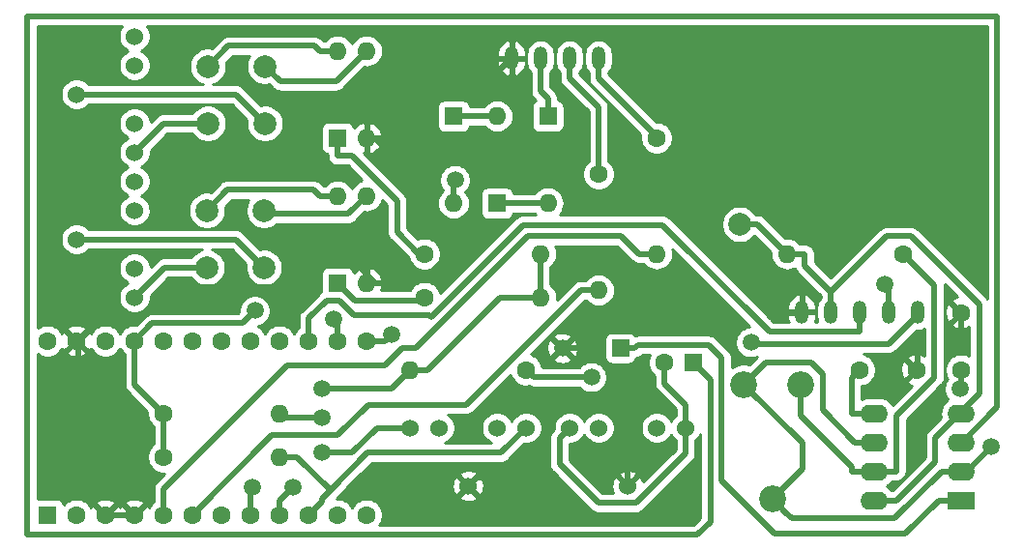
<source format=gbl>
G04 #@! TF.GenerationSoftware,KiCad,Pcbnew,5.1.2-f72e74a~84~ubuntu18.04.1*
G04 #@! TF.CreationDate,2019-05-25T17:51:00+03:00*
G04 #@! TF.ProjectId,manipulyator-v3 (3),6d616e69-7075-46c7-9961-746f722d7633,rev?*
G04 #@! TF.SameCoordinates,Original*
G04 #@! TF.FileFunction,Copper,L2,Bot*
G04 #@! TF.FilePolarity,Positive*
%FSLAX45Y45*%
G04 Gerber Fmt 4.5, Leading zero omitted, Abs format (unit mm)*
G04 Created by KiCad (PCBNEW 5.1.2-f72e74a~84~ubuntu18.04.1) date 2019-05-25 17:51:00*
%MOMM*%
%LPD*%
G04 APERTURE LIST*
%ADD10R,2.400000X1.600000*%
%ADD11O,2.400000X1.600000*%
%ADD12O,1.200000X2.000000*%
%ADD13R,1.600000X1.600000*%
%ADD14C,1.600000*%
%ADD15O,1.600000X1.600000*%
%ADD16C,1.524000*%
%ADD17C,2.000000*%
%ADD18C,2.340000*%
%ADD19C,1.500000*%
%ADD20R,1.500000X1.500000*%
%ADD21C,0.500000*%
%ADD22C,0.254000*%
G04 APERTURE END LIST*
D10*
X8318500Y444500D03*
D11*
X7556500Y1206500D03*
X8318500Y698500D03*
X7556500Y952500D03*
X8318500Y952500D03*
X7556500Y698500D03*
X8318500Y1206500D03*
X7556500Y444500D03*
D12*
X6921500Y2095500D03*
X7175500Y2095500D03*
X7429500Y2095500D03*
X7683500Y2095500D03*
X7937500Y2095500D03*
D13*
X317500Y317500D03*
D14*
X571500Y317500D03*
X825500Y317500D03*
X1079500Y317500D03*
X1333500Y317500D03*
X1587500Y317500D03*
X1841500Y317500D03*
X2095500Y317500D03*
X2349500Y317500D03*
X2603500Y317500D03*
X2857500Y317500D03*
X3111500Y317500D03*
X3111500Y1841500D03*
X2857500Y1841500D03*
X2603500Y1841500D03*
X2349500Y1841500D03*
X2095500Y1841500D03*
X1841500Y1841500D03*
X1587500Y1841500D03*
X1333500Y1841500D03*
X1079500Y1841500D03*
X825500Y1841500D03*
X571500Y1841500D03*
X317500Y1841500D03*
D15*
X2857500Y3111500D03*
X3111500Y2349500D03*
X3111500Y3111500D03*
D13*
X2857500Y2349500D03*
D15*
X2857500Y4381500D03*
X3111500Y3619500D03*
X3111500Y4381500D03*
D13*
X2857500Y3619500D03*
D15*
X4635500Y2222500D03*
D14*
X3619500Y2222500D03*
D15*
X4635500Y2603500D03*
D14*
X3619500Y2603500D03*
D16*
X571500Y2730500D03*
X1079500Y3238500D03*
X1079500Y2984500D03*
X1079500Y2476500D03*
X1079500Y2222500D03*
X571500Y4000500D03*
X1079500Y4508500D03*
X1079500Y4254500D03*
X1079500Y3746500D03*
X1079500Y3492500D03*
X5397500Y571500D03*
X4889500Y1079500D03*
X5143500Y1079500D03*
X5651500Y1079500D03*
X5905500Y1079500D03*
D17*
X1714500Y2484500D03*
X2214500Y2484500D03*
X2214500Y2984500D03*
X1714500Y2984500D03*
X1722500Y3746500D03*
X2222500Y3746500D03*
X2222500Y4246500D03*
X1722500Y4246500D03*
D16*
X4508500Y1079500D03*
X4254500Y1079500D03*
X3746500Y1079500D03*
X3492500Y1079500D03*
X4000500Y571500D03*
D18*
X6413500Y1460500D03*
X6663500Y460500D03*
X6913500Y1460500D03*
D15*
X2349500Y1206500D03*
D14*
X1333500Y1206500D03*
D13*
X4699000Y3810000D03*
D15*
X4699000Y3048000D03*
D12*
X4381500Y4318000D03*
X4635500Y4318000D03*
X4889500Y4318000D03*
X5143500Y4318000D03*
D14*
X7929500Y1587500D03*
X7429500Y1587500D03*
X8318500Y1587500D03*
X8318500Y2087500D03*
D13*
X3873500Y3810000D03*
D15*
X3873500Y3048000D03*
X4254500Y3810000D03*
D13*
X4254500Y3048000D03*
D19*
X5080000Y1524000D03*
X4826000Y1778000D03*
D20*
X5334000Y1778000D03*
D15*
X2349500Y825500D03*
D14*
X1333500Y825500D03*
X5143500Y3302000D03*
D15*
X5143500Y2286000D03*
X5651500Y2603500D03*
D14*
X5651500Y3619500D03*
X4508500Y1587500D03*
D15*
X3492500Y1587500D03*
D14*
X7810500Y2603500D03*
D15*
X6794500Y2603500D03*
D13*
X5969000Y1651000D03*
D14*
X5719000Y1651000D03*
D19*
X7645400Y2336800D03*
X2819400Y2032000D03*
X6477000Y1828800D03*
X3327400Y1900910D03*
X2463800Y558800D03*
X2717800Y863600D03*
X2717800Y1168400D03*
X3969544Y2558256D03*
X8305800Y1828800D03*
X7934790Y1828800D03*
X6684666Y2087266D03*
X5003800Y2032000D03*
X8305800Y1422400D03*
X8584700Y914400D03*
D17*
X6380240Y2862730D03*
D19*
X3886200Y3251200D03*
X2135020Y2106780D03*
X2717800Y1422400D03*
X2108200Y558800D03*
D21*
X4699000Y3810000D02*
X4699000Y3965030D01*
X4635500Y4318000D02*
X4635500Y4028530D01*
X4635500Y4028530D02*
X4699000Y3965030D01*
X4254500Y3048000D02*
X4699000Y3048000D01*
X7429500Y1920470D02*
X6639330Y1920470D01*
X7429500Y2095500D02*
X7429500Y1920470D01*
X6639330Y1920470D02*
X5701220Y2858580D01*
X5701220Y2858580D02*
X4482000Y2858580D01*
X4482000Y2858580D02*
X3674330Y2050910D01*
X3657740Y2067500D02*
X3674330Y2050910D01*
X2998077Y2067500D02*
X3657740Y2067500D01*
X2871077Y2194500D02*
X2998077Y2067500D01*
X2759900Y2194500D02*
X2871077Y2194500D01*
X2603500Y1841500D02*
X2603500Y2038100D01*
X2603500Y2038100D02*
X2759900Y2194500D01*
X7683500Y2095500D02*
X7683500Y2298700D01*
X7683500Y2298700D02*
X7645400Y2336800D01*
X2857500Y1841500D02*
X2857500Y1993900D01*
X2857500Y1993900D02*
X2819400Y2032000D01*
X7937500Y2070100D02*
X7937500Y2095500D01*
X7683160Y1815760D02*
X7937500Y2070100D01*
X6477000Y1828800D02*
X6490040Y1815760D01*
X6490040Y1815760D02*
X7683160Y1815760D01*
X3111500Y1841500D02*
X3267990Y1841500D01*
X3267990Y1841500D02*
X3327400Y1900910D01*
X4889500Y4318000D02*
X4889500Y4142970D01*
X5143500Y3302000D02*
X5143500Y3888970D01*
X5143500Y3888970D02*
X4889500Y4142970D01*
X5143500Y4318000D02*
X5143500Y4142970D01*
X5143500Y4142970D02*
X5651500Y3634970D01*
X5651500Y3634970D02*
X5651500Y3619500D01*
X2796410Y533630D02*
X2718890Y456110D01*
X2718890Y456110D02*
X2718890Y432890D01*
X2718890Y432890D02*
X2603500Y317500D01*
X4508500Y1079500D02*
X4289880Y860880D01*
X4289880Y860880D02*
X3123660Y860880D01*
X3123660Y860880D02*
X2796410Y533630D01*
X2349500Y825500D02*
X2504530Y825500D01*
X2504530Y825500D02*
X2796410Y533630D01*
X2349500Y317500D02*
X2349500Y444500D01*
X2349500Y444500D02*
X2463800Y558800D01*
X3200857Y1079500D02*
X2984957Y863600D01*
X3492500Y1079500D02*
X3200857Y1079500D01*
X2984957Y863600D02*
X2717800Y863600D01*
X2717800Y1168400D02*
X2387600Y1168400D01*
X2387600Y1168400D02*
X2349500Y1206500D01*
X588880Y1841500D02*
X588880Y554120D01*
X588880Y554120D02*
X825500Y317500D01*
X588880Y1841500D02*
X571500Y1841500D01*
X3189020Y2349500D02*
X3266530Y2349500D01*
X3111500Y2349500D02*
X3189020Y2349500D01*
X3776790Y2539110D02*
X3650680Y2413000D01*
X3650680Y2413000D02*
X3330030Y2413000D01*
X3330030Y2413000D02*
X3266530Y2349500D01*
X3189020Y3619500D02*
X3422770Y3385750D01*
X3422770Y3385750D02*
X3718460Y3385750D01*
X1079500Y317500D02*
X825500Y317500D01*
X3111500Y3619500D02*
X3189020Y3619500D01*
X5397500Y1431210D02*
X5003800Y1824910D01*
X3795936Y2558256D02*
X3776790Y2539110D01*
X3969544Y2558256D02*
X3795936Y2558256D01*
X3683000Y3421210D02*
X3718460Y3385750D01*
X3683000Y3619500D02*
X3683000Y3421210D01*
X3726000Y3662500D02*
X3683000Y3619500D01*
X3733500Y3965000D02*
X3718500Y3950000D01*
X4381500Y4318000D02*
X4021000Y3957500D01*
X4013500Y3965000D02*
X3733500Y3965000D01*
X3718500Y3950000D02*
X3718500Y3670000D01*
X4021000Y3957500D02*
X4013500Y3965000D01*
X3718500Y3670000D02*
X3726000Y3662500D01*
X817410Y2070030D02*
X588880Y1841500D01*
X3189020Y2349500D02*
X3033980Y2504540D01*
X3033980Y2504540D02*
X2599560Y2504540D01*
X3776790Y2700210D02*
X3776790Y2539110D01*
X3581400Y2895600D02*
X3776790Y2700210D01*
X3718460Y3385750D02*
X3581400Y3248690D01*
X3581400Y3248690D02*
X3581400Y2895600D01*
X2404520Y2309500D02*
X2599560Y2504540D01*
X1406077Y2309500D02*
X2404520Y2309500D01*
X1166607Y2070030D02*
X1406077Y2309500D01*
X817410Y2070030D02*
X1166607Y2070030D01*
X4956890Y1778000D02*
X4826000Y1778000D01*
X5003800Y1824910D02*
X4956890Y1778000D01*
X8318500Y2087500D02*
X8318500Y1841500D01*
X8318500Y1841500D02*
X8305800Y1828800D01*
X7934790Y1592790D02*
X7929500Y1587500D01*
X7934790Y1828800D02*
X7934790Y1592790D01*
X6913266Y2087266D02*
X6921500Y2095500D01*
X6684666Y2087266D02*
X6913266Y2087266D01*
X4818124Y1231900D02*
X5397500Y1231900D01*
X4738300Y1152076D02*
X4818124Y1231900D01*
X4300476Y647700D02*
X4738300Y1085524D01*
X4076700Y647700D02*
X4300476Y647700D01*
X4000500Y571500D02*
X4076700Y647700D01*
X5397500Y1431210D02*
X5397500Y1231900D01*
X4738300Y1085524D02*
X4738300Y1152076D01*
X5397500Y1231900D02*
X5397500Y571500D01*
X5003800Y1824910D02*
X5003800Y2032000D01*
X7556500Y1206500D02*
X7361470Y1206500D01*
X7361470Y1206500D02*
X7361470Y1519470D01*
X7361470Y1519470D02*
X7429500Y1587500D01*
X6926390Y947610D02*
X6413500Y1460500D01*
X6926390Y947610D02*
X6926390Y723390D01*
X6926390Y723390D02*
X6663500Y460500D01*
X6530500Y1577500D02*
X6413500Y1460500D01*
X7005660Y1652500D02*
X6605500Y1652500D01*
X7105500Y1552660D02*
X7005660Y1652500D01*
X7105500Y1233500D02*
X7105500Y1552660D01*
X7386500Y952500D02*
X7105500Y1233500D01*
X6605500Y1652500D02*
X6530500Y1577500D01*
X7556500Y952500D02*
X7386500Y952500D01*
X7737952Y289499D02*
X6834501Y289499D01*
X6780500Y343500D02*
X6663500Y460500D01*
X6834501Y289499D02*
X6780500Y343500D01*
X8146953Y698500D02*
X7737952Y289499D01*
X8318500Y698500D02*
X8146953Y698500D01*
X8318500Y1587500D02*
X8318500Y1435100D01*
X8318500Y1435100D02*
X8305800Y1422400D01*
X8368800Y698500D02*
X8318500Y698500D01*
X8584700Y914400D02*
X8368800Y698500D01*
X7556500Y444500D02*
X7751530Y444500D01*
X7751530Y444500D02*
X8089750Y782720D01*
X8089750Y782720D02*
X8089750Y994120D01*
X8089750Y994120D02*
X8302130Y1206500D01*
X6794500Y2603500D02*
X6949530Y2603500D01*
X6949530Y2603500D02*
X6949530Y2496500D01*
X6949530Y2496500D02*
X7175500Y2270530D01*
X7175500Y2095500D02*
X7175500Y2270530D01*
X8302130Y1206500D02*
X8476560Y1380930D01*
X8476560Y1380930D02*
X8476560Y2158300D01*
X8476560Y2158300D02*
X7876320Y2758540D01*
X7876320Y2758540D02*
X7663510Y2758540D01*
X7663510Y2758540D02*
X7175500Y2270530D01*
X8318500Y1206500D02*
X8302130Y1206500D01*
X1333500Y1206500D02*
X1079500Y1460500D01*
X1079500Y1460500D02*
X1079500Y1841500D01*
X1333500Y825500D02*
X1333500Y1206500D01*
X6535270Y2862730D02*
X6794500Y2603500D01*
X6380240Y2862730D02*
X6380240Y2862730D01*
X6380240Y2862730D02*
X6535270Y2862730D01*
X3873500Y3048000D02*
X3873500Y3238500D01*
X3873500Y3238500D02*
X3886200Y3251200D01*
X2024740Y1996500D02*
X2135020Y2106780D01*
X1234500Y1996500D02*
X2024740Y1996500D01*
X1079500Y1841500D02*
X1234500Y1996500D01*
X4254500Y3810000D02*
X3873500Y3810000D01*
X4508500Y1587500D02*
X4572000Y1524000D01*
X4572000Y1524000D02*
X5080000Y1524000D01*
X5459000Y1778000D02*
X5334000Y1778000D01*
X5487000Y1806000D02*
X5459000Y1778000D01*
X6109000Y1806000D02*
X5487000Y1806000D01*
X8123470Y444500D02*
X7831370Y152400D01*
X6221500Y1693500D02*
X6109000Y1806000D01*
X8318500Y444500D02*
X8123470Y444500D01*
X7831370Y152400D02*
X6687440Y152400D01*
X6221500Y618340D02*
X6221500Y1693500D01*
X6687440Y152400D02*
X6221500Y618340D01*
X2855730Y1015040D02*
X2285040Y1015040D01*
X5143500Y2286000D02*
X4987750Y2286000D01*
X2285040Y1015040D02*
X1587500Y317500D01*
X3124270Y1283580D02*
X2855730Y1015040D01*
X4987750Y2286000D02*
X3985330Y1283580D01*
X3985330Y1283580D02*
X3124270Y1283580D01*
X5496470Y2603500D02*
X5651500Y2603500D01*
X5341430Y2758540D02*
X5496470Y2603500D01*
X4523440Y2758540D02*
X5341430Y2758540D01*
X1333500Y317500D02*
X1333500Y546100D01*
X1333500Y546100D02*
X2413000Y1625600D01*
X2413000Y1625600D02*
X3274215Y1625600D01*
X3274215Y1625600D02*
X3426615Y1778000D01*
X3426615Y1778000D02*
X3542900Y1778000D01*
X3542900Y1778000D02*
X4523440Y2758540D01*
X4635500Y2222500D02*
X4635500Y2448470D01*
X4635500Y2603500D02*
X4635500Y2448470D01*
X3647530Y1587500D02*
X4282530Y2222500D01*
X4282530Y2222500D02*
X4635500Y2222500D01*
X3492500Y1587500D02*
X3647530Y1587500D01*
X3327400Y1422400D02*
X3492500Y1587500D01*
X2717800Y1422400D02*
X3327400Y1422400D01*
X2095500Y317500D02*
X2095500Y546100D01*
X2095500Y546100D02*
X2108200Y558800D01*
X7556500Y698500D02*
X7751530Y698500D01*
X7810500Y2603500D02*
X8084790Y2329210D01*
X8084790Y2329210D02*
X8084790Y1520810D01*
X8084790Y1520810D02*
X7751530Y1187550D01*
X7751530Y1187550D02*
X7751530Y698500D01*
X6913500Y1189100D02*
X6913500Y1460500D01*
X7556500Y698500D02*
X7361470Y698500D01*
X7361470Y741130D02*
X6913500Y1189100D01*
X7361470Y698500D02*
X7361470Y741130D01*
X1722500Y3746500D02*
X1333500Y3746500D01*
X1333500Y3746500D02*
X1079500Y3492500D01*
X2222500Y3746500D02*
X1968500Y4000500D01*
X1968500Y4000500D02*
X571500Y4000500D01*
X2844800Y4114800D02*
X3111500Y4381500D01*
X2222500Y4246500D02*
X2354200Y4114800D01*
X2354200Y4114800D02*
X2844800Y4114800D01*
X2857500Y4381500D02*
X2702470Y4381500D01*
X2657000Y4426970D02*
X2702470Y4381500D01*
X1902970Y4426970D02*
X2657000Y4426970D01*
X1722500Y4246500D02*
X1902970Y4426970D01*
X1714500Y2484500D02*
X1341500Y2484500D01*
X1341500Y2484500D02*
X1079500Y2222500D01*
X2214500Y2484500D02*
X1968500Y2730500D01*
X1968500Y2730500D02*
X571500Y2730500D01*
X2214500Y2984500D02*
X2245570Y2953430D01*
X2245570Y2953430D02*
X2953430Y2953430D01*
X2953430Y2953430D02*
X3111500Y3111500D01*
X2857500Y3111500D02*
X2702470Y3111500D01*
X2648210Y3165760D02*
X2702470Y3111500D01*
X1895760Y3165760D02*
X2648210Y3165760D01*
X1714500Y2984500D02*
X1895760Y3165760D01*
X2857500Y3464470D02*
X2857500Y3619500D01*
X2983460Y3464470D02*
X2857500Y3464470D01*
X3378200Y3069730D02*
X2983460Y3464470D01*
X3378200Y2794000D02*
X3378200Y3069730D01*
X3619500Y2603500D02*
X3568700Y2603500D01*
X3568700Y2603500D02*
X3378200Y2794000D01*
X3619500Y2222500D02*
X3591460Y2194460D01*
X3591460Y2194460D02*
X3012540Y2194460D01*
X3012540Y2194460D02*
X2857500Y2349500D01*
X141001Y4684999D02*
X141001Y141001D01*
X141001Y141001D02*
X6008401Y141001D01*
X8318500Y952500D02*
X8323704Y952500D01*
X6008401Y141001D02*
X6121400Y254000D01*
X6121400Y254000D02*
X6121400Y1498600D01*
X8634699Y4684999D02*
X141001Y4684999D01*
X8634699Y1263495D02*
X8634699Y4684999D01*
X8323704Y952500D02*
X8634699Y1263495D01*
X6121400Y1498600D02*
X5969000Y1651000D01*
X5905500Y1079500D02*
X5905500Y1282700D01*
X5719000Y1469200D02*
X5719000Y1651000D01*
X5905500Y1282700D02*
X5719000Y1469200D01*
X5142300Y420300D02*
X4800600Y762000D01*
X5470076Y420300D02*
X5142300Y420300D01*
X4800600Y762000D02*
X4800600Y990600D01*
X5905500Y1079500D02*
X5905500Y855724D01*
X4800600Y990600D02*
X4889500Y1079500D01*
X5905500Y855724D02*
X5470076Y420300D01*
D22*
G36*
X5430817Y2543995D02*
G01*
X5433588Y2540618D01*
X5436965Y2537847D01*
X5436965Y2537847D01*
X5445760Y2530629D01*
X5447064Y2529559D01*
X5462439Y2521341D01*
X5479121Y2516281D01*
X5492122Y2515000D01*
X5492123Y2515000D01*
X5496470Y2514572D01*
X5500817Y2515000D01*
X5538492Y2515000D01*
X5549539Y2501539D01*
X5571390Y2483607D01*
X5596319Y2470282D01*
X5623369Y2462076D01*
X5644451Y2460000D01*
X5658549Y2460000D01*
X5679631Y2462076D01*
X5706681Y2470282D01*
X5731610Y2483607D01*
X5753461Y2501539D01*
X5771393Y2523390D01*
X5784718Y2548319D01*
X5792924Y2575369D01*
X5795694Y2603500D01*
X5792924Y2631631D01*
X5788531Y2646111D01*
X6467342Y1967300D01*
X6463359Y1967300D01*
X6436601Y1961977D01*
X6411396Y1951537D01*
X6388711Y1936380D01*
X6369420Y1917089D01*
X6354263Y1894404D01*
X6343822Y1869199D01*
X6338500Y1842441D01*
X6338500Y1815159D01*
X6343822Y1788401D01*
X6354263Y1763196D01*
X6369420Y1740511D01*
X6388711Y1721220D01*
X6411396Y1706063D01*
X6436601Y1695622D01*
X6463359Y1690300D01*
X6490641Y1690300D01*
X6517399Y1695622D01*
X6527754Y1699912D01*
X6470996Y1643153D01*
X6470995Y1643153D01*
X6462610Y1634768D01*
X6431278Y1641000D01*
X6395722Y1641000D01*
X6360850Y1634063D01*
X6328001Y1620457D01*
X6310000Y1608429D01*
X6310000Y1689154D01*
X6310428Y1693500D01*
X6310000Y1697847D01*
X6310000Y1697848D01*
X6308719Y1710849D01*
X6303659Y1727532D01*
X6295441Y1742906D01*
X6292495Y1746495D01*
X6287153Y1753005D01*
X6287153Y1753005D01*
X6284382Y1756382D01*
X6281005Y1759153D01*
X6174653Y1865504D01*
X6171882Y1868882D01*
X6158406Y1879941D01*
X6143031Y1888159D01*
X6126349Y1893220D01*
X6113348Y1894500D01*
X6113347Y1894500D01*
X6109000Y1894928D01*
X6104653Y1894500D01*
X5491347Y1894500D01*
X5487000Y1894928D01*
X5482653Y1894500D01*
X5482652Y1894500D01*
X5469651Y1893220D01*
X5460434Y1890423D01*
X5454119Y1898118D01*
X5444449Y1906054D01*
X5433418Y1911950D01*
X5421448Y1915581D01*
X5409000Y1916807D01*
X5259000Y1916807D01*
X5246552Y1915581D01*
X5234582Y1911950D01*
X5223551Y1906054D01*
X5213882Y1898118D01*
X5205946Y1888449D01*
X5200050Y1877418D01*
X5196419Y1865448D01*
X5195193Y1853000D01*
X5195193Y1703000D01*
X5196419Y1690552D01*
X5200050Y1678582D01*
X5205946Y1667551D01*
X5213882Y1657881D01*
X5223551Y1649946D01*
X5234582Y1644050D01*
X5246552Y1640419D01*
X5259000Y1639193D01*
X5409000Y1639193D01*
X5421448Y1640419D01*
X5433418Y1644050D01*
X5444449Y1649946D01*
X5454119Y1657881D01*
X5462054Y1667551D01*
X5467950Y1678582D01*
X5471506Y1690303D01*
X5476349Y1690780D01*
X5493031Y1695841D01*
X5508406Y1704059D01*
X5521882Y1715118D01*
X5523836Y1717500D01*
X5591222Y1717500D01*
X5581015Y1692857D01*
X5575500Y1665133D01*
X5575500Y1636866D01*
X5581015Y1609143D01*
X5591832Y1583027D01*
X5607536Y1559524D01*
X5627524Y1539536D01*
X5630500Y1537548D01*
X5630500Y1473547D01*
X5630072Y1469200D01*
X5630500Y1464853D01*
X5630500Y1464852D01*
X5631329Y1456431D01*
X5631780Y1451851D01*
X5632586Y1449194D01*
X5636841Y1435169D01*
X5645059Y1419794D01*
X5656118Y1406318D01*
X5659496Y1403547D01*
X5817000Y1246042D01*
X5817000Y1188382D01*
X5816446Y1188012D01*
X5796988Y1168554D01*
X5781699Y1145673D01*
X5778500Y1137949D01*
X5775300Y1145673D01*
X5760012Y1168554D01*
X5740553Y1188012D01*
X5717673Y1203301D01*
X5692249Y1213831D01*
X5665259Y1219200D01*
X5637741Y1219200D01*
X5610751Y1213831D01*
X5585327Y1203301D01*
X5562447Y1188012D01*
X5542988Y1168554D01*
X5527700Y1145673D01*
X5517169Y1120249D01*
X5511800Y1093259D01*
X5511800Y1065741D01*
X5517169Y1038751D01*
X5527700Y1013327D01*
X5542988Y990446D01*
X5562447Y970988D01*
X5585327Y955699D01*
X5610751Y945169D01*
X5637741Y939800D01*
X5665259Y939800D01*
X5692249Y945169D01*
X5717673Y955699D01*
X5740553Y970988D01*
X5760012Y990446D01*
X5775300Y1013327D01*
X5778500Y1021051D01*
X5781699Y1013327D01*
X5796988Y990446D01*
X5816446Y970988D01*
X5817000Y970618D01*
X5817000Y892382D01*
X5532782Y608163D01*
X5524264Y631802D01*
X5518066Y643398D01*
X5494057Y650096D01*
X5415461Y571500D01*
X5416875Y570086D01*
X5398914Y552125D01*
X5397500Y553540D01*
X5396086Y552125D01*
X5378125Y570086D01*
X5379540Y571500D01*
X5300944Y650096D01*
X5276934Y643398D01*
X5265224Y618495D01*
X5258598Y591787D01*
X5257309Y564298D01*
X5261408Y537087D01*
X5270736Y511198D01*
X5272018Y508800D01*
X5178958Y508800D01*
X5019701Y668057D01*
X5318904Y668057D01*
X5397500Y589461D01*
X5476096Y668057D01*
X5469398Y692066D01*
X5444495Y703776D01*
X5417787Y710402D01*
X5390298Y711691D01*
X5363087Y707592D01*
X5337198Y698264D01*
X5325602Y692066D01*
X5318904Y668057D01*
X5019701Y668057D01*
X4889100Y798658D01*
X4889100Y939800D01*
X4903259Y939800D01*
X4930249Y945169D01*
X4955673Y955699D01*
X4978554Y970988D01*
X4998012Y990446D01*
X5013301Y1013327D01*
X5016500Y1021051D01*
X5019700Y1013327D01*
X5034988Y990446D01*
X5054447Y970988D01*
X5077327Y955699D01*
X5102751Y945169D01*
X5129741Y939800D01*
X5157259Y939800D01*
X5184249Y945169D01*
X5209673Y955699D01*
X5232554Y970988D01*
X5252012Y990446D01*
X5267301Y1013327D01*
X5277831Y1038751D01*
X5283200Y1065741D01*
X5283200Y1093259D01*
X5277831Y1120249D01*
X5267301Y1145673D01*
X5252012Y1168554D01*
X5232554Y1188012D01*
X5209673Y1203301D01*
X5184249Y1213831D01*
X5157259Y1219200D01*
X5129741Y1219200D01*
X5102751Y1213831D01*
X5077327Y1203301D01*
X5054447Y1188012D01*
X5034988Y1168554D01*
X5019700Y1145673D01*
X5016500Y1137949D01*
X5013301Y1145673D01*
X4998012Y1168554D01*
X4978554Y1188012D01*
X4955673Y1203301D01*
X4930249Y1213831D01*
X4903259Y1219200D01*
X4875741Y1219200D01*
X4848751Y1213831D01*
X4823327Y1203301D01*
X4800447Y1188012D01*
X4780988Y1168554D01*
X4765700Y1145673D01*
X4755169Y1120249D01*
X4749800Y1093259D01*
X4749800Y1065741D01*
X4749930Y1065088D01*
X4741095Y1056253D01*
X4737718Y1053482D01*
X4734947Y1050105D01*
X4734947Y1050105D01*
X4726659Y1040006D01*
X4718441Y1024631D01*
X4713381Y1007949D01*
X4711672Y990600D01*
X4712100Y986252D01*
X4712100Y766347D01*
X4711672Y762000D01*
X4712100Y757653D01*
X4712100Y757652D01*
X4713060Y747906D01*
X4713381Y744651D01*
X4714567Y740739D01*
X4718441Y727969D01*
X4726659Y712594D01*
X4737718Y699118D01*
X4741096Y696347D01*
X5076647Y360795D01*
X5079418Y357418D01*
X5082795Y354647D01*
X5082795Y354647D01*
X5085957Y352052D01*
X5092894Y346359D01*
X5108269Y338141D01*
X5124951Y333080D01*
X5137952Y331800D01*
X5137953Y331800D01*
X5142300Y331372D01*
X5146647Y331800D01*
X5465729Y331800D01*
X5470076Y331372D01*
X5474423Y331800D01*
X5474424Y331800D01*
X5487425Y333080D01*
X5504107Y338141D01*
X5519482Y346359D01*
X5532958Y357418D01*
X5535730Y360795D01*
X5965005Y790071D01*
X5968382Y792842D01*
X5972097Y797369D01*
X5979441Y806318D01*
X5980421Y808151D01*
X5987659Y821692D01*
X5992719Y838375D01*
X5994000Y851376D01*
X5994000Y851377D01*
X5994428Y855724D01*
X5994000Y860071D01*
X5994000Y970618D01*
X5994553Y970988D01*
X6014012Y990446D01*
X6029300Y1013327D01*
X6032900Y1022017D01*
X6032900Y290658D01*
X5971743Y229501D01*
X3225287Y229501D01*
X3238668Y249527D01*
X3249485Y275643D01*
X3255000Y303367D01*
X3255000Y331634D01*
X3249485Y359357D01*
X3238668Y385473D01*
X3222964Y408976D01*
X3202976Y428964D01*
X3179473Y444668D01*
X3153357Y455485D01*
X3125633Y461000D01*
X3097366Y461000D01*
X3069643Y455485D01*
X3043527Y444668D01*
X3020024Y428964D01*
X3000036Y408976D01*
X2984500Y385724D01*
X2968964Y408976D01*
X2948976Y428964D01*
X2925473Y444668D01*
X2899357Y455485D01*
X2871633Y461000D01*
X2848938Y461000D01*
X2855916Y467978D01*
X2859293Y470749D01*
X2862064Y474126D01*
X2862881Y474943D01*
X3921904Y474943D01*
X3928602Y450934D01*
X3953505Y439224D01*
X3980213Y432598D01*
X4007702Y431309D01*
X4034913Y435408D01*
X4060802Y444736D01*
X4072398Y450934D01*
X4079096Y474943D01*
X4000500Y553540D01*
X3921904Y474943D01*
X2862881Y474943D01*
X2952236Y564298D01*
X3860309Y564298D01*
X3864408Y537087D01*
X3873736Y511198D01*
X3879934Y499602D01*
X3903943Y492904D01*
X3982539Y571500D01*
X4018460Y571500D01*
X4097056Y492904D01*
X4121066Y499602D01*
X4132776Y524505D01*
X4139402Y551214D01*
X4140691Y578702D01*
X4136592Y605913D01*
X4127264Y631802D01*
X4121066Y643398D01*
X4097056Y650096D01*
X4018460Y571500D01*
X3982539Y571500D01*
X3903943Y650096D01*
X3879934Y643398D01*
X3868224Y618495D01*
X3861598Y591787D01*
X3860309Y564298D01*
X2952236Y564298D01*
X3055994Y668057D01*
X3921904Y668057D01*
X4000500Y589461D01*
X4079096Y668057D01*
X4072398Y692066D01*
X4047495Y703776D01*
X4020786Y710402D01*
X3993298Y711691D01*
X3966087Y707592D01*
X3940198Y698264D01*
X3928602Y692066D01*
X3921904Y668057D01*
X3055994Y668057D01*
X3160318Y772380D01*
X4285533Y772380D01*
X4289880Y771952D01*
X4294227Y772380D01*
X4294228Y772380D01*
X4307229Y773660D01*
X4323911Y778721D01*
X4339286Y786939D01*
X4352762Y797998D01*
X4355533Y801376D01*
X4494088Y939930D01*
X4494741Y939800D01*
X4522259Y939800D01*
X4549249Y945169D01*
X4574673Y955699D01*
X4597554Y970988D01*
X4617012Y990446D01*
X4632301Y1013327D01*
X4642831Y1038751D01*
X4648200Y1065741D01*
X4648200Y1093259D01*
X4642831Y1120249D01*
X4632301Y1145673D01*
X4617012Y1168554D01*
X4597554Y1188012D01*
X4574673Y1203301D01*
X4549249Y1213831D01*
X4522259Y1219200D01*
X4494741Y1219200D01*
X4467751Y1213831D01*
X4442327Y1203301D01*
X4419447Y1188012D01*
X4399988Y1168554D01*
X4384700Y1145673D01*
X4381500Y1137949D01*
X4378301Y1145673D01*
X4363012Y1168554D01*
X4343554Y1188012D01*
X4320673Y1203301D01*
X4295249Y1213831D01*
X4268259Y1219200D01*
X4240741Y1219200D01*
X4213751Y1213831D01*
X4188327Y1203301D01*
X4165446Y1188012D01*
X4145988Y1168554D01*
X4130699Y1145673D01*
X4120169Y1120249D01*
X4114800Y1093259D01*
X4114800Y1065741D01*
X4120169Y1038751D01*
X4130699Y1013327D01*
X4145988Y990446D01*
X4165446Y970988D01*
X4188327Y955699D01*
X4203584Y949380D01*
X3797416Y949380D01*
X3812673Y955699D01*
X3835553Y970988D01*
X3855012Y990446D01*
X3870300Y1013327D01*
X3880831Y1038751D01*
X3886200Y1065741D01*
X3886200Y1093259D01*
X3880831Y1120249D01*
X3870300Y1145673D01*
X3855012Y1168554D01*
X3835553Y1188012D01*
X3824975Y1195080D01*
X3980983Y1195080D01*
X3985330Y1194652D01*
X3989677Y1195080D01*
X3989678Y1195080D01*
X4002679Y1196361D01*
X4019361Y1201421D01*
X4034736Y1209639D01*
X4048212Y1220698D01*
X4050983Y1224076D01*
X4371111Y1544203D01*
X4381332Y1519527D01*
X4397036Y1496024D01*
X4417024Y1476036D01*
X4440527Y1460332D01*
X4466643Y1449515D01*
X4494367Y1444000D01*
X4522634Y1444000D01*
X4530866Y1445637D01*
X4537969Y1441841D01*
X4552902Y1437311D01*
X4554651Y1436780D01*
X4567652Y1435500D01*
X4567653Y1435500D01*
X4572000Y1435072D01*
X4576347Y1435500D01*
X4972632Y1435500D01*
X4991711Y1416420D01*
X5014396Y1401263D01*
X5039601Y1390823D01*
X5066359Y1385500D01*
X5093641Y1385500D01*
X5120399Y1390823D01*
X5145604Y1401263D01*
X5168289Y1416420D01*
X5187580Y1435711D01*
X5202737Y1458396D01*
X5213178Y1483601D01*
X5218500Y1510359D01*
X5218500Y1537641D01*
X5213178Y1564399D01*
X5202737Y1589604D01*
X5187580Y1612289D01*
X5168289Y1631580D01*
X5145604Y1646737D01*
X5120399Y1657177D01*
X5093641Y1662500D01*
X5066359Y1662500D01*
X5039601Y1657177D01*
X5014396Y1646737D01*
X4991711Y1631580D01*
X4972632Y1612500D01*
X4649839Y1612500D01*
X4646485Y1629357D01*
X4635668Y1655473D01*
X4619964Y1678976D01*
X4616639Y1682301D01*
X4748261Y1682301D01*
X4754814Y1658414D01*
X4779512Y1646824D01*
X4805996Y1640275D01*
X4833249Y1639019D01*
X4860224Y1643103D01*
X4885883Y1652372D01*
X4897186Y1658414D01*
X4903739Y1682301D01*
X4826000Y1760039D01*
X4748261Y1682301D01*
X4616639Y1682301D01*
X4599976Y1698964D01*
X4576473Y1714668D01*
X4551797Y1724889D01*
X4597659Y1770751D01*
X4687019Y1770751D01*
X4691104Y1743776D01*
X4700372Y1718117D01*
X4706414Y1706814D01*
X4730301Y1700261D01*
X4808040Y1778000D01*
X4843961Y1778000D01*
X4921699Y1700261D01*
X4945586Y1706814D01*
X4957176Y1731512D01*
X4963725Y1757996D01*
X4964981Y1785249D01*
X4960897Y1812224D01*
X4951628Y1837883D01*
X4945586Y1849186D01*
X4921699Y1855739D01*
X4843961Y1778000D01*
X4808040Y1778000D01*
X4730301Y1855739D01*
X4706414Y1849186D01*
X4694824Y1824488D01*
X4688275Y1798004D01*
X4687019Y1770751D01*
X4597659Y1770751D01*
X4700607Y1873699D01*
X4748261Y1873699D01*
X4826000Y1795960D01*
X4903739Y1873699D01*
X4897186Y1897586D01*
X4872488Y1909176D01*
X4846004Y1915725D01*
X4818751Y1916981D01*
X4791776Y1912896D01*
X4766117Y1903628D01*
X4754814Y1897586D01*
X4748261Y1873699D01*
X4700607Y1873699D01*
X5024408Y2197500D01*
X5030492Y2197500D01*
X5041539Y2184039D01*
X5063390Y2166107D01*
X5088319Y2152782D01*
X5115369Y2144576D01*
X5136451Y2142500D01*
X5150549Y2142500D01*
X5171631Y2144576D01*
X5198681Y2152782D01*
X5223610Y2166107D01*
X5245461Y2184039D01*
X5263393Y2205890D01*
X5276718Y2230819D01*
X5284924Y2257869D01*
X5287694Y2286000D01*
X5284924Y2314131D01*
X5276718Y2341181D01*
X5263393Y2366110D01*
X5245461Y2387961D01*
X5223610Y2405893D01*
X5198681Y2419218D01*
X5171631Y2427424D01*
X5150549Y2429500D01*
X5136451Y2429500D01*
X5115369Y2427424D01*
X5088319Y2419218D01*
X5063390Y2405893D01*
X5041539Y2387961D01*
X5030492Y2374500D01*
X4992097Y2374500D01*
X4987750Y2374928D01*
X4983403Y2374500D01*
X4983402Y2374500D01*
X4970401Y2373220D01*
X4953719Y2368159D01*
X4938344Y2359941D01*
X4928245Y2351653D01*
X4928245Y2351653D01*
X4924868Y2348882D01*
X4922097Y2345505D01*
X4777575Y2200983D01*
X4779694Y2222500D01*
X4776924Y2250631D01*
X4768718Y2277681D01*
X4755393Y2302610D01*
X4737461Y2324461D01*
X4724000Y2335508D01*
X4724000Y2490492D01*
X4737461Y2501539D01*
X4755393Y2523390D01*
X4768718Y2548319D01*
X4776924Y2575369D01*
X4779694Y2603500D01*
X4776924Y2631631D01*
X4768718Y2658681D01*
X4762647Y2670040D01*
X5304772Y2670040D01*
X5430817Y2543995D01*
X5430817Y2543995D01*
G37*
X5430817Y2543995D02*
X5433588Y2540618D01*
X5436965Y2537847D01*
X5436965Y2537847D01*
X5445760Y2530629D01*
X5447064Y2529559D01*
X5462439Y2521341D01*
X5479121Y2516281D01*
X5492122Y2515000D01*
X5492123Y2515000D01*
X5496470Y2514572D01*
X5500817Y2515000D01*
X5538492Y2515000D01*
X5549539Y2501539D01*
X5571390Y2483607D01*
X5596319Y2470282D01*
X5623369Y2462076D01*
X5644451Y2460000D01*
X5658549Y2460000D01*
X5679631Y2462076D01*
X5706681Y2470282D01*
X5731610Y2483607D01*
X5753461Y2501539D01*
X5771393Y2523390D01*
X5784718Y2548319D01*
X5792924Y2575369D01*
X5795694Y2603500D01*
X5792924Y2631631D01*
X5788531Y2646111D01*
X6467342Y1967300D01*
X6463359Y1967300D01*
X6436601Y1961977D01*
X6411396Y1951537D01*
X6388711Y1936380D01*
X6369420Y1917089D01*
X6354263Y1894404D01*
X6343822Y1869199D01*
X6338500Y1842441D01*
X6338500Y1815159D01*
X6343822Y1788401D01*
X6354263Y1763196D01*
X6369420Y1740511D01*
X6388711Y1721220D01*
X6411396Y1706063D01*
X6436601Y1695622D01*
X6463359Y1690300D01*
X6490641Y1690300D01*
X6517399Y1695622D01*
X6527754Y1699912D01*
X6470996Y1643153D01*
X6470995Y1643153D01*
X6462610Y1634768D01*
X6431278Y1641000D01*
X6395722Y1641000D01*
X6360850Y1634063D01*
X6328001Y1620457D01*
X6310000Y1608429D01*
X6310000Y1689154D01*
X6310428Y1693500D01*
X6310000Y1697847D01*
X6310000Y1697848D01*
X6308719Y1710849D01*
X6303659Y1727532D01*
X6295441Y1742906D01*
X6292495Y1746495D01*
X6287153Y1753005D01*
X6287153Y1753005D01*
X6284382Y1756382D01*
X6281005Y1759153D01*
X6174653Y1865504D01*
X6171882Y1868882D01*
X6158406Y1879941D01*
X6143031Y1888159D01*
X6126349Y1893220D01*
X6113348Y1894500D01*
X6113347Y1894500D01*
X6109000Y1894928D01*
X6104653Y1894500D01*
X5491347Y1894500D01*
X5487000Y1894928D01*
X5482653Y1894500D01*
X5482652Y1894500D01*
X5469651Y1893220D01*
X5460434Y1890423D01*
X5454119Y1898118D01*
X5444449Y1906054D01*
X5433418Y1911950D01*
X5421448Y1915581D01*
X5409000Y1916807D01*
X5259000Y1916807D01*
X5246552Y1915581D01*
X5234582Y1911950D01*
X5223551Y1906054D01*
X5213882Y1898118D01*
X5205946Y1888449D01*
X5200050Y1877418D01*
X5196419Y1865448D01*
X5195193Y1853000D01*
X5195193Y1703000D01*
X5196419Y1690552D01*
X5200050Y1678582D01*
X5205946Y1667551D01*
X5213882Y1657881D01*
X5223551Y1649946D01*
X5234582Y1644050D01*
X5246552Y1640419D01*
X5259000Y1639193D01*
X5409000Y1639193D01*
X5421448Y1640419D01*
X5433418Y1644050D01*
X5444449Y1649946D01*
X5454119Y1657881D01*
X5462054Y1667551D01*
X5467950Y1678582D01*
X5471506Y1690303D01*
X5476349Y1690780D01*
X5493031Y1695841D01*
X5508406Y1704059D01*
X5521882Y1715118D01*
X5523836Y1717500D01*
X5591222Y1717500D01*
X5581015Y1692857D01*
X5575500Y1665133D01*
X5575500Y1636866D01*
X5581015Y1609143D01*
X5591832Y1583027D01*
X5607536Y1559524D01*
X5627524Y1539536D01*
X5630500Y1537548D01*
X5630500Y1473547D01*
X5630072Y1469200D01*
X5630500Y1464853D01*
X5630500Y1464852D01*
X5631329Y1456431D01*
X5631780Y1451851D01*
X5632586Y1449194D01*
X5636841Y1435169D01*
X5645059Y1419794D01*
X5656118Y1406318D01*
X5659496Y1403547D01*
X5817000Y1246042D01*
X5817000Y1188382D01*
X5816446Y1188012D01*
X5796988Y1168554D01*
X5781699Y1145673D01*
X5778500Y1137949D01*
X5775300Y1145673D01*
X5760012Y1168554D01*
X5740553Y1188012D01*
X5717673Y1203301D01*
X5692249Y1213831D01*
X5665259Y1219200D01*
X5637741Y1219200D01*
X5610751Y1213831D01*
X5585327Y1203301D01*
X5562447Y1188012D01*
X5542988Y1168554D01*
X5527700Y1145673D01*
X5517169Y1120249D01*
X5511800Y1093259D01*
X5511800Y1065741D01*
X5517169Y1038751D01*
X5527700Y1013327D01*
X5542988Y990446D01*
X5562447Y970988D01*
X5585327Y955699D01*
X5610751Y945169D01*
X5637741Y939800D01*
X5665259Y939800D01*
X5692249Y945169D01*
X5717673Y955699D01*
X5740553Y970988D01*
X5760012Y990446D01*
X5775300Y1013327D01*
X5778500Y1021051D01*
X5781699Y1013327D01*
X5796988Y990446D01*
X5816446Y970988D01*
X5817000Y970618D01*
X5817000Y892382D01*
X5532782Y608163D01*
X5524264Y631802D01*
X5518066Y643398D01*
X5494057Y650096D01*
X5415461Y571500D01*
X5416875Y570086D01*
X5398914Y552125D01*
X5397500Y553540D01*
X5396086Y552125D01*
X5378125Y570086D01*
X5379540Y571500D01*
X5300944Y650096D01*
X5276934Y643398D01*
X5265224Y618495D01*
X5258598Y591787D01*
X5257309Y564298D01*
X5261408Y537087D01*
X5270736Y511198D01*
X5272018Y508800D01*
X5178958Y508800D01*
X5019701Y668057D01*
X5318904Y668057D01*
X5397500Y589461D01*
X5476096Y668057D01*
X5469398Y692066D01*
X5444495Y703776D01*
X5417787Y710402D01*
X5390298Y711691D01*
X5363087Y707592D01*
X5337198Y698264D01*
X5325602Y692066D01*
X5318904Y668057D01*
X5019701Y668057D01*
X4889100Y798658D01*
X4889100Y939800D01*
X4903259Y939800D01*
X4930249Y945169D01*
X4955673Y955699D01*
X4978554Y970988D01*
X4998012Y990446D01*
X5013301Y1013327D01*
X5016500Y1021051D01*
X5019700Y1013327D01*
X5034988Y990446D01*
X5054447Y970988D01*
X5077327Y955699D01*
X5102751Y945169D01*
X5129741Y939800D01*
X5157259Y939800D01*
X5184249Y945169D01*
X5209673Y955699D01*
X5232554Y970988D01*
X5252012Y990446D01*
X5267301Y1013327D01*
X5277831Y1038751D01*
X5283200Y1065741D01*
X5283200Y1093259D01*
X5277831Y1120249D01*
X5267301Y1145673D01*
X5252012Y1168554D01*
X5232554Y1188012D01*
X5209673Y1203301D01*
X5184249Y1213831D01*
X5157259Y1219200D01*
X5129741Y1219200D01*
X5102751Y1213831D01*
X5077327Y1203301D01*
X5054447Y1188012D01*
X5034988Y1168554D01*
X5019700Y1145673D01*
X5016500Y1137949D01*
X5013301Y1145673D01*
X4998012Y1168554D01*
X4978554Y1188012D01*
X4955673Y1203301D01*
X4930249Y1213831D01*
X4903259Y1219200D01*
X4875741Y1219200D01*
X4848751Y1213831D01*
X4823327Y1203301D01*
X4800447Y1188012D01*
X4780988Y1168554D01*
X4765700Y1145673D01*
X4755169Y1120249D01*
X4749800Y1093259D01*
X4749800Y1065741D01*
X4749930Y1065088D01*
X4741095Y1056253D01*
X4737718Y1053482D01*
X4734947Y1050105D01*
X4734947Y1050105D01*
X4726659Y1040006D01*
X4718441Y1024631D01*
X4713381Y1007949D01*
X4711672Y990600D01*
X4712100Y986252D01*
X4712100Y766347D01*
X4711672Y762000D01*
X4712100Y757653D01*
X4712100Y757652D01*
X4713060Y747906D01*
X4713381Y744651D01*
X4714567Y740739D01*
X4718441Y727969D01*
X4726659Y712594D01*
X4737718Y699118D01*
X4741096Y696347D01*
X5076647Y360795D01*
X5079418Y357418D01*
X5082795Y354647D01*
X5082795Y354647D01*
X5085957Y352052D01*
X5092894Y346359D01*
X5108269Y338141D01*
X5124951Y333080D01*
X5137952Y331800D01*
X5137953Y331800D01*
X5142300Y331372D01*
X5146647Y331800D01*
X5465729Y331800D01*
X5470076Y331372D01*
X5474423Y331800D01*
X5474424Y331800D01*
X5487425Y333080D01*
X5504107Y338141D01*
X5519482Y346359D01*
X5532958Y357418D01*
X5535730Y360795D01*
X5965005Y790071D01*
X5968382Y792842D01*
X5972097Y797369D01*
X5979441Y806318D01*
X5980421Y808151D01*
X5987659Y821692D01*
X5992719Y838375D01*
X5994000Y851376D01*
X5994000Y851377D01*
X5994428Y855724D01*
X5994000Y860071D01*
X5994000Y970618D01*
X5994553Y970988D01*
X6014012Y990446D01*
X6029300Y1013327D01*
X6032900Y1022017D01*
X6032900Y290658D01*
X5971743Y229501D01*
X3225287Y229501D01*
X3238668Y249527D01*
X3249485Y275643D01*
X3255000Y303367D01*
X3255000Y331634D01*
X3249485Y359357D01*
X3238668Y385473D01*
X3222964Y408976D01*
X3202976Y428964D01*
X3179473Y444668D01*
X3153357Y455485D01*
X3125633Y461000D01*
X3097366Y461000D01*
X3069643Y455485D01*
X3043527Y444668D01*
X3020024Y428964D01*
X3000036Y408976D01*
X2984500Y385724D01*
X2968964Y408976D01*
X2948976Y428964D01*
X2925473Y444668D01*
X2899357Y455485D01*
X2871633Y461000D01*
X2848938Y461000D01*
X2855916Y467978D01*
X2859293Y470749D01*
X2862064Y474126D01*
X2862881Y474943D01*
X3921904Y474943D01*
X3928602Y450934D01*
X3953505Y439224D01*
X3980213Y432598D01*
X4007702Y431309D01*
X4034913Y435408D01*
X4060802Y444736D01*
X4072398Y450934D01*
X4079096Y474943D01*
X4000500Y553540D01*
X3921904Y474943D01*
X2862881Y474943D01*
X2952236Y564298D01*
X3860309Y564298D01*
X3864408Y537087D01*
X3873736Y511198D01*
X3879934Y499602D01*
X3903943Y492904D01*
X3982539Y571500D01*
X4018460Y571500D01*
X4097056Y492904D01*
X4121066Y499602D01*
X4132776Y524505D01*
X4139402Y551214D01*
X4140691Y578702D01*
X4136592Y605913D01*
X4127264Y631802D01*
X4121066Y643398D01*
X4097056Y650096D01*
X4018460Y571500D01*
X3982539Y571500D01*
X3903943Y650096D01*
X3879934Y643398D01*
X3868224Y618495D01*
X3861598Y591787D01*
X3860309Y564298D01*
X2952236Y564298D01*
X3055994Y668057D01*
X3921904Y668057D01*
X4000500Y589461D01*
X4079096Y668057D01*
X4072398Y692066D01*
X4047495Y703776D01*
X4020786Y710402D01*
X3993298Y711691D01*
X3966087Y707592D01*
X3940198Y698264D01*
X3928602Y692066D01*
X3921904Y668057D01*
X3055994Y668057D01*
X3160318Y772380D01*
X4285533Y772380D01*
X4289880Y771952D01*
X4294227Y772380D01*
X4294228Y772380D01*
X4307229Y773660D01*
X4323911Y778721D01*
X4339286Y786939D01*
X4352762Y797998D01*
X4355533Y801376D01*
X4494088Y939930D01*
X4494741Y939800D01*
X4522259Y939800D01*
X4549249Y945169D01*
X4574673Y955699D01*
X4597554Y970988D01*
X4617012Y990446D01*
X4632301Y1013327D01*
X4642831Y1038751D01*
X4648200Y1065741D01*
X4648200Y1093259D01*
X4642831Y1120249D01*
X4632301Y1145673D01*
X4617012Y1168554D01*
X4597554Y1188012D01*
X4574673Y1203301D01*
X4549249Y1213831D01*
X4522259Y1219200D01*
X4494741Y1219200D01*
X4467751Y1213831D01*
X4442327Y1203301D01*
X4419447Y1188012D01*
X4399988Y1168554D01*
X4384700Y1145673D01*
X4381500Y1137949D01*
X4378301Y1145673D01*
X4363012Y1168554D01*
X4343554Y1188012D01*
X4320673Y1203301D01*
X4295249Y1213831D01*
X4268259Y1219200D01*
X4240741Y1219200D01*
X4213751Y1213831D01*
X4188327Y1203301D01*
X4165446Y1188012D01*
X4145988Y1168554D01*
X4130699Y1145673D01*
X4120169Y1120249D01*
X4114800Y1093259D01*
X4114800Y1065741D01*
X4120169Y1038751D01*
X4130699Y1013327D01*
X4145988Y990446D01*
X4165446Y970988D01*
X4188327Y955699D01*
X4203584Y949380D01*
X3797416Y949380D01*
X3812673Y955699D01*
X3835553Y970988D01*
X3855012Y990446D01*
X3870300Y1013327D01*
X3880831Y1038751D01*
X3886200Y1065741D01*
X3886200Y1093259D01*
X3880831Y1120249D01*
X3870300Y1145673D01*
X3855012Y1168554D01*
X3835553Y1188012D01*
X3824975Y1195080D01*
X3980983Y1195080D01*
X3985330Y1194652D01*
X3989677Y1195080D01*
X3989678Y1195080D01*
X4002679Y1196361D01*
X4019361Y1201421D01*
X4034736Y1209639D01*
X4048212Y1220698D01*
X4050983Y1224076D01*
X4371111Y1544203D01*
X4381332Y1519527D01*
X4397036Y1496024D01*
X4417024Y1476036D01*
X4440527Y1460332D01*
X4466643Y1449515D01*
X4494367Y1444000D01*
X4522634Y1444000D01*
X4530866Y1445637D01*
X4537969Y1441841D01*
X4552902Y1437311D01*
X4554651Y1436780D01*
X4567652Y1435500D01*
X4567653Y1435500D01*
X4572000Y1435072D01*
X4576347Y1435500D01*
X4972632Y1435500D01*
X4991711Y1416420D01*
X5014396Y1401263D01*
X5039601Y1390823D01*
X5066359Y1385500D01*
X5093641Y1385500D01*
X5120399Y1390823D01*
X5145604Y1401263D01*
X5168289Y1416420D01*
X5187580Y1435711D01*
X5202737Y1458396D01*
X5213178Y1483601D01*
X5218500Y1510359D01*
X5218500Y1537641D01*
X5213178Y1564399D01*
X5202737Y1589604D01*
X5187580Y1612289D01*
X5168289Y1631580D01*
X5145604Y1646737D01*
X5120399Y1657177D01*
X5093641Y1662500D01*
X5066359Y1662500D01*
X5039601Y1657177D01*
X5014396Y1646737D01*
X4991711Y1631580D01*
X4972632Y1612500D01*
X4649839Y1612500D01*
X4646485Y1629357D01*
X4635668Y1655473D01*
X4619964Y1678976D01*
X4616639Y1682301D01*
X4748261Y1682301D01*
X4754814Y1658414D01*
X4779512Y1646824D01*
X4805996Y1640275D01*
X4833249Y1639019D01*
X4860224Y1643103D01*
X4885883Y1652372D01*
X4897186Y1658414D01*
X4903739Y1682301D01*
X4826000Y1760039D01*
X4748261Y1682301D01*
X4616639Y1682301D01*
X4599976Y1698964D01*
X4576473Y1714668D01*
X4551797Y1724889D01*
X4597659Y1770751D01*
X4687019Y1770751D01*
X4691104Y1743776D01*
X4700372Y1718117D01*
X4706414Y1706814D01*
X4730301Y1700261D01*
X4808040Y1778000D01*
X4843961Y1778000D01*
X4921699Y1700261D01*
X4945586Y1706814D01*
X4957176Y1731512D01*
X4963725Y1757996D01*
X4964981Y1785249D01*
X4960897Y1812224D01*
X4951628Y1837883D01*
X4945586Y1849186D01*
X4921699Y1855739D01*
X4843961Y1778000D01*
X4808040Y1778000D01*
X4730301Y1855739D01*
X4706414Y1849186D01*
X4694824Y1824488D01*
X4688275Y1798004D01*
X4687019Y1770751D01*
X4597659Y1770751D01*
X4700607Y1873699D01*
X4748261Y1873699D01*
X4826000Y1795960D01*
X4903739Y1873699D01*
X4897186Y1897586D01*
X4872488Y1909176D01*
X4846004Y1915725D01*
X4818751Y1916981D01*
X4791776Y1912896D01*
X4766117Y1903628D01*
X4754814Y1897586D01*
X4748261Y1873699D01*
X4700607Y1873699D01*
X5024408Y2197500D01*
X5030492Y2197500D01*
X5041539Y2184039D01*
X5063390Y2166107D01*
X5088319Y2152782D01*
X5115369Y2144576D01*
X5136451Y2142500D01*
X5150549Y2142500D01*
X5171631Y2144576D01*
X5198681Y2152782D01*
X5223610Y2166107D01*
X5245461Y2184039D01*
X5263393Y2205890D01*
X5276718Y2230819D01*
X5284924Y2257869D01*
X5287694Y2286000D01*
X5284924Y2314131D01*
X5276718Y2341181D01*
X5263393Y2366110D01*
X5245461Y2387961D01*
X5223610Y2405893D01*
X5198681Y2419218D01*
X5171631Y2427424D01*
X5150549Y2429500D01*
X5136451Y2429500D01*
X5115369Y2427424D01*
X5088319Y2419218D01*
X5063390Y2405893D01*
X5041539Y2387961D01*
X5030492Y2374500D01*
X4992097Y2374500D01*
X4987750Y2374928D01*
X4983403Y2374500D01*
X4983402Y2374500D01*
X4970401Y2373220D01*
X4953719Y2368159D01*
X4938344Y2359941D01*
X4928245Y2351653D01*
X4928245Y2351653D01*
X4924868Y2348882D01*
X4922097Y2345505D01*
X4777575Y2200983D01*
X4779694Y2222500D01*
X4776924Y2250631D01*
X4768718Y2277681D01*
X4755393Y2302610D01*
X4737461Y2324461D01*
X4724000Y2335508D01*
X4724000Y2490492D01*
X4737461Y2501539D01*
X4755393Y2523390D01*
X4768718Y2548319D01*
X4776924Y2575369D01*
X4779694Y2603500D01*
X4776924Y2631631D01*
X4768718Y2658681D01*
X4762647Y2670040D01*
X5304772Y2670040D01*
X5430817Y2543995D01*
G36*
X955699Y4574673D02*
G01*
X945169Y4549249D01*
X939800Y4522259D01*
X939800Y4494741D01*
X945169Y4467751D01*
X955699Y4442327D01*
X970988Y4419447D01*
X990446Y4399988D01*
X1013327Y4384700D01*
X1021051Y4381500D01*
X1013327Y4378301D01*
X990446Y4363012D01*
X970988Y4343554D01*
X955699Y4320673D01*
X945169Y4295249D01*
X939800Y4268259D01*
X939800Y4240741D01*
X945169Y4213751D01*
X955699Y4188327D01*
X970988Y4165446D01*
X990446Y4145988D01*
X1013327Y4130699D01*
X1038751Y4120169D01*
X1065741Y4114800D01*
X1093259Y4114800D01*
X1120249Y4120169D01*
X1145673Y4130699D01*
X1168554Y4145988D01*
X1188012Y4165446D01*
X1203301Y4188327D01*
X1213831Y4213751D01*
X1219200Y4240741D01*
X1219200Y4268259D01*
X1213831Y4295249D01*
X1203301Y4320673D01*
X1188012Y4343554D01*
X1168554Y4363012D01*
X1145673Y4378301D01*
X1137949Y4381500D01*
X1145673Y4384700D01*
X1168554Y4399988D01*
X1188012Y4419447D01*
X1203301Y4442327D01*
X1213831Y4467751D01*
X1219200Y4494741D01*
X1219200Y4522259D01*
X1213831Y4549249D01*
X1203301Y4574673D01*
X1188717Y4596499D01*
X8546199Y4596499D01*
X8546199Y2212948D01*
X8542213Y2217805D01*
X8542213Y2217805D01*
X8539442Y2221182D01*
X8536065Y2223953D01*
X7941973Y2818044D01*
X7939202Y2821422D01*
X7925726Y2832481D01*
X7910351Y2840699D01*
X7893669Y2845759D01*
X7880668Y2847040D01*
X7880667Y2847040D01*
X7876320Y2847468D01*
X7871973Y2847040D01*
X7667857Y2847040D01*
X7663510Y2847468D01*
X7659163Y2847040D01*
X7659162Y2847040D01*
X7646161Y2845759D01*
X7629479Y2840699D01*
X7614104Y2832481D01*
X7604005Y2824193D01*
X7604005Y2824193D01*
X7600628Y2821422D01*
X7597857Y2818045D01*
X7175500Y2395688D01*
X7038030Y2533158D01*
X7038030Y2599152D01*
X7038458Y2603500D01*
X7036749Y2620849D01*
X7031689Y2637531D01*
X7023471Y2652906D01*
X7012412Y2666382D01*
X6998936Y2677441D01*
X6983561Y2685659D01*
X6966879Y2690720D01*
X6953878Y2692000D01*
X6953878Y2692000D01*
X6949530Y2692428D01*
X6945182Y2692000D01*
X6907508Y2692000D01*
X6896461Y2705461D01*
X6874610Y2723393D01*
X6849681Y2736718D01*
X6822631Y2744924D01*
X6801549Y2747000D01*
X6787451Y2747000D01*
X6777170Y2745988D01*
X6600923Y2922234D01*
X6598152Y2925612D01*
X6584676Y2936671D01*
X6569301Y2944889D01*
X6552619Y2949949D01*
X6539618Y2951230D01*
X6539617Y2951230D01*
X6535270Y2951658D01*
X6530923Y2951230D01*
X6517746Y2951230D01*
X6507239Y2966955D01*
X6484465Y2989729D01*
X6457686Y3007622D01*
X6427931Y3019947D01*
X6396343Y3026230D01*
X6364137Y3026230D01*
X6332549Y3019947D01*
X6302794Y3007622D01*
X6276015Y2989729D01*
X6253241Y2966955D01*
X6235348Y2940176D01*
X6223023Y2910421D01*
X6216740Y2878833D01*
X6216740Y2846627D01*
X6223023Y2815039D01*
X6235348Y2785284D01*
X6253241Y2758505D01*
X6276015Y2735731D01*
X6302794Y2717838D01*
X6332549Y2705513D01*
X6364137Y2699230D01*
X6396343Y2699230D01*
X6427931Y2705513D01*
X6457686Y2717838D01*
X6484465Y2735731D01*
X6507239Y2758505D01*
X6510082Y2762760D01*
X6652012Y2620830D01*
X6650306Y2603500D01*
X6653076Y2575369D01*
X6661282Y2548319D01*
X6674607Y2523390D01*
X6692539Y2501539D01*
X6714390Y2483607D01*
X6739319Y2470282D01*
X6766369Y2462076D01*
X6787451Y2460000D01*
X6801549Y2460000D01*
X6822631Y2462076D01*
X6849681Y2470282D01*
X6862863Y2477328D01*
X6867371Y2462469D01*
X6875589Y2447094D01*
X6883877Y2436995D01*
X6883877Y2436995D01*
X6886648Y2433618D01*
X6890025Y2430847D01*
X7087000Y2233872D01*
X7087000Y2222337D01*
X7072317Y2204445D01*
X7060849Y2182990D01*
X7053787Y2159710D01*
X7052000Y2141566D01*
X7052000Y2049433D01*
X7053787Y2031290D01*
X7060558Y2008970D01*
X7035965Y2008970D01*
X7040149Y2018950D01*
X7045000Y2042800D01*
X7045000Y2082800D01*
X6934200Y2082800D01*
X6934200Y2080800D01*
X6908800Y2080800D01*
X6908800Y2082800D01*
X6798000Y2082800D01*
X6798000Y2042800D01*
X6802851Y2018950D01*
X6807035Y2008970D01*
X6675988Y2008970D01*
X6536758Y2148200D01*
X6798000Y2148200D01*
X6798000Y2108200D01*
X6908800Y2108200D01*
X6908800Y2242373D01*
X6934200Y2242373D01*
X6934200Y2108200D01*
X7045000Y2108200D01*
X7045000Y2148200D01*
X7040149Y2172050D01*
X7030739Y2194495D01*
X7017131Y2214673D01*
X6999847Y2231808D01*
X6979553Y2245242D01*
X6957028Y2254459D01*
X6953261Y2254846D01*
X6934200Y2242373D01*
X6908800Y2242373D01*
X6889739Y2254846D01*
X6885972Y2254459D01*
X6863447Y2245242D01*
X6843153Y2231808D01*
X6825869Y2214673D01*
X6812261Y2194495D01*
X6802851Y2172050D01*
X6798000Y2148200D01*
X6536758Y2148200D01*
X5766873Y2918084D01*
X5764102Y2921462D01*
X5750626Y2932521D01*
X5735251Y2940739D01*
X5718569Y2945799D01*
X5705568Y2947080D01*
X5705567Y2947080D01*
X5701220Y2947508D01*
X5696873Y2947080D01*
X4801815Y2947080D01*
X4818893Y2967890D01*
X4832218Y2992819D01*
X4840424Y3019869D01*
X4843194Y3048000D01*
X4840424Y3076131D01*
X4832218Y3103181D01*
X4818893Y3128110D01*
X4800961Y3149961D01*
X4779110Y3167893D01*
X4754181Y3181218D01*
X4727131Y3189424D01*
X4706049Y3191500D01*
X4691951Y3191500D01*
X4670869Y3189424D01*
X4643819Y3181218D01*
X4618890Y3167893D01*
X4597039Y3149961D01*
X4585992Y3136500D01*
X4397470Y3136500D01*
X4397081Y3140448D01*
X4393450Y3152418D01*
X4387554Y3163449D01*
X4379619Y3173118D01*
X4369949Y3181054D01*
X4358918Y3186950D01*
X4346948Y3190581D01*
X4334500Y3191807D01*
X4174500Y3191807D01*
X4162052Y3190581D01*
X4150082Y3186950D01*
X4139051Y3181054D01*
X4129381Y3173118D01*
X4121446Y3163449D01*
X4115550Y3152418D01*
X4111919Y3140448D01*
X4110693Y3128000D01*
X4110693Y2968000D01*
X4111919Y2955552D01*
X4115550Y2943582D01*
X4121446Y2932551D01*
X4129381Y2922881D01*
X4139051Y2914946D01*
X4150082Y2909050D01*
X4162052Y2905419D01*
X4174500Y2904193D01*
X4334500Y2904193D01*
X4346948Y2905419D01*
X4358918Y2909050D01*
X4369949Y2914946D01*
X4379619Y2922881D01*
X4387554Y2932551D01*
X4393450Y2943582D01*
X4397081Y2955552D01*
X4397470Y2959500D01*
X4585992Y2959500D01*
X4596185Y2947080D01*
X4486347Y2947080D01*
X4482000Y2947508D01*
X4477653Y2947080D01*
X4477652Y2947080D01*
X4464651Y2945799D01*
X4447969Y2940739D01*
X4432594Y2932521D01*
X4422495Y2924233D01*
X4422495Y2924233D01*
X4419118Y2921462D01*
X4416347Y2918085D01*
X3758337Y2260075D01*
X3757485Y2264357D01*
X3746668Y2290473D01*
X3730964Y2313976D01*
X3710976Y2333964D01*
X3687473Y2349668D01*
X3661357Y2360485D01*
X3633633Y2366000D01*
X3605366Y2366000D01*
X3577643Y2360485D01*
X3551527Y2349668D01*
X3528024Y2333964D01*
X3508036Y2313976D01*
X3492332Y2290473D01*
X3489220Y2282960D01*
X3238117Y2282960D01*
X3241207Y2288112D01*
X3250691Y2314596D01*
X3238562Y2336800D01*
X3124200Y2336800D01*
X3124200Y2334800D01*
X3098800Y2334800D01*
X3098800Y2336800D01*
X3096800Y2336800D01*
X3096800Y2362200D01*
X3098800Y2362200D01*
X3098800Y2476492D01*
X3124200Y2476492D01*
X3124200Y2362200D01*
X3238562Y2362200D01*
X3250691Y2384404D01*
X3241207Y2410888D01*
X3226738Y2435013D01*
X3207841Y2455852D01*
X3185242Y2472604D01*
X3159809Y2484625D01*
X3146404Y2488690D01*
X3124200Y2476492D01*
X3098800Y2476492D01*
X3076596Y2488690D01*
X3063191Y2484625D01*
X3037758Y2472604D01*
X3015159Y2455852D01*
X3000323Y2439492D01*
X3000081Y2441948D01*
X2996450Y2453918D01*
X2990554Y2464949D01*
X2982618Y2474619D01*
X2972949Y2482554D01*
X2961918Y2488450D01*
X2949948Y2492081D01*
X2937500Y2493307D01*
X2777500Y2493307D01*
X2765052Y2492081D01*
X2753082Y2488450D01*
X2742051Y2482554D01*
X2732382Y2474619D01*
X2724446Y2464949D01*
X2718550Y2453918D01*
X2714919Y2441948D01*
X2713693Y2429500D01*
X2713693Y2270151D01*
X2710494Y2268441D01*
X2700395Y2260153D01*
X2700395Y2260153D01*
X2697018Y2257382D01*
X2694247Y2254005D01*
X2543995Y2103753D01*
X2540618Y2100982D01*
X2537847Y2097605D01*
X2537847Y2097605D01*
X2529559Y2087506D01*
X2521341Y2072131D01*
X2516281Y2055449D01*
X2514572Y2038100D01*
X2515000Y2033752D01*
X2515000Y1954952D01*
X2512024Y1952964D01*
X2492036Y1932976D01*
X2476500Y1909724D01*
X2460964Y1932976D01*
X2440976Y1952964D01*
X2417473Y1968668D01*
X2391357Y1979485D01*
X2363634Y1985000D01*
X2335367Y1985000D01*
X2307643Y1979485D01*
X2281527Y1968668D01*
X2258024Y1952964D01*
X2238036Y1932976D01*
X2222500Y1909724D01*
X2206964Y1932976D01*
X2186976Y1952964D01*
X2163473Y1968668D01*
X2159300Y1970396D01*
X2175419Y1973602D01*
X2200624Y1984043D01*
X2223309Y1999200D01*
X2242600Y2018491D01*
X2257757Y2041176D01*
X2268198Y2066381D01*
X2273520Y2093139D01*
X2273520Y2120421D01*
X2268198Y2147179D01*
X2257757Y2172384D01*
X2242600Y2195069D01*
X2223309Y2214360D01*
X2200624Y2229517D01*
X2175419Y2239958D01*
X2148661Y2245280D01*
X2121379Y2245280D01*
X2094621Y2239958D01*
X2069416Y2229517D01*
X2046731Y2214360D01*
X2027440Y2195069D01*
X2012283Y2172384D01*
X2001842Y2147179D01*
X1996520Y2120421D01*
X1996520Y2093438D01*
X1988082Y2085000D01*
X1238847Y2085000D01*
X1234500Y2085428D01*
X1230153Y2085000D01*
X1230152Y2085000D01*
X1217151Y2083720D01*
X1200469Y2078659D01*
X1185094Y2070441D01*
X1185094Y2070441D01*
X1185094Y2070441D01*
X1174995Y2062153D01*
X1174995Y2062153D01*
X1171618Y2059382D01*
X1168847Y2056005D01*
X1097144Y1984302D01*
X1093634Y1985000D01*
X1065367Y1985000D01*
X1037643Y1979485D01*
X1011527Y1968668D01*
X988024Y1952964D01*
X968036Y1932976D01*
X952500Y1909724D01*
X936964Y1932976D01*
X916976Y1952964D01*
X893473Y1968668D01*
X867357Y1979485D01*
X839633Y1985000D01*
X811366Y1985000D01*
X783643Y1979485D01*
X757527Y1968668D01*
X734024Y1952964D01*
X714036Y1932976D01*
X698409Y1909587D01*
X695167Y1915651D01*
X670770Y1922810D01*
X589461Y1841500D01*
X670770Y1760190D01*
X695167Y1767349D01*
X698219Y1773799D01*
X698332Y1773527D01*
X714036Y1750024D01*
X734024Y1730036D01*
X757527Y1714332D01*
X783643Y1703515D01*
X811366Y1698000D01*
X839633Y1698000D01*
X867357Y1703515D01*
X893473Y1714332D01*
X916976Y1730036D01*
X936964Y1750024D01*
X952500Y1773276D01*
X968036Y1750024D01*
X988024Y1730036D01*
X991000Y1728048D01*
X991000Y1464847D01*
X990572Y1460500D01*
X991000Y1456153D01*
X991000Y1456152D01*
X991685Y1449194D01*
X992280Y1443151D01*
X992678Y1441841D01*
X997341Y1426469D01*
X1005559Y1411094D01*
X1016618Y1397618D01*
X1019995Y1394847D01*
X1190698Y1224144D01*
X1190000Y1220634D01*
X1190000Y1192367D01*
X1195515Y1164643D01*
X1206332Y1138527D01*
X1222036Y1115024D01*
X1242024Y1095036D01*
X1245000Y1093048D01*
X1245000Y938952D01*
X1242024Y936964D01*
X1222036Y916976D01*
X1206332Y893473D01*
X1195515Y867357D01*
X1190000Y839633D01*
X1190000Y811366D01*
X1195515Y783643D01*
X1206332Y757527D01*
X1222036Y734024D01*
X1242024Y714036D01*
X1265527Y698332D01*
X1291643Y687515D01*
X1319367Y682000D01*
X1344242Y682000D01*
X1273995Y611753D01*
X1270618Y608982D01*
X1267847Y605605D01*
X1267847Y605605D01*
X1259559Y595506D01*
X1251341Y580131D01*
X1246281Y563449D01*
X1244572Y546100D01*
X1245000Y541752D01*
X1245000Y430952D01*
X1242024Y428964D01*
X1222036Y408976D01*
X1206409Y385587D01*
X1203167Y391651D01*
X1178770Y398810D01*
X1097461Y317500D01*
X1098875Y316086D01*
X1080914Y298125D01*
X1079500Y299540D01*
X1078086Y298125D01*
X1060125Y316086D01*
X1061540Y317500D01*
X980230Y398810D01*
X955833Y391651D01*
X952703Y385036D01*
X949167Y391651D01*
X924770Y398810D01*
X843460Y317500D01*
X844875Y316086D01*
X826914Y298125D01*
X825500Y299540D01*
X824086Y298125D01*
X806125Y316086D01*
X807539Y317500D01*
X726230Y398810D01*
X701833Y391651D01*
X698781Y385201D01*
X698668Y385473D01*
X682964Y408976D01*
X675169Y416770D01*
X744190Y416770D01*
X825500Y335461D01*
X906810Y416770D01*
X998190Y416770D01*
X1079500Y335461D01*
X1160810Y416770D01*
X1153651Y441167D01*
X1128100Y453257D01*
X1100682Y460130D01*
X1072449Y461522D01*
X1044487Y457379D01*
X1017871Y447860D01*
X1005349Y441167D01*
X998190Y416770D01*
X906810Y416770D01*
X899651Y441167D01*
X874100Y453257D01*
X846682Y460130D01*
X818449Y461522D01*
X790487Y457379D01*
X763871Y447860D01*
X751349Y441167D01*
X744190Y416770D01*
X675169Y416770D01*
X662976Y428964D01*
X639473Y444668D01*
X613357Y455485D01*
X585634Y461000D01*
X557367Y461000D01*
X529643Y455485D01*
X503527Y444668D01*
X480024Y428964D01*
X460164Y409104D01*
X460081Y409948D01*
X456450Y421918D01*
X450554Y432949D01*
X442618Y442618D01*
X432949Y450554D01*
X421918Y456450D01*
X409948Y460081D01*
X397500Y461307D01*
X237500Y461307D01*
X229501Y460519D01*
X229501Y1727713D01*
X249527Y1714332D01*
X275643Y1703515D01*
X303367Y1698000D01*
X331634Y1698000D01*
X359357Y1703515D01*
X385473Y1714332D01*
X408976Y1730036D01*
X421169Y1742230D01*
X490190Y1742230D01*
X497349Y1717833D01*
X522900Y1705743D01*
X550318Y1698870D01*
X578551Y1697478D01*
X606513Y1701621D01*
X633129Y1711140D01*
X645651Y1717833D01*
X652810Y1742230D01*
X571500Y1823539D01*
X490190Y1742230D01*
X421169Y1742230D01*
X428964Y1750024D01*
X444591Y1773413D01*
X447833Y1767349D01*
X472230Y1760190D01*
X553540Y1841500D01*
X472230Y1922810D01*
X447833Y1915651D01*
X444781Y1909201D01*
X444668Y1909473D01*
X428964Y1932976D01*
X421169Y1940770D01*
X490190Y1940770D01*
X571500Y1859460D01*
X652810Y1940770D01*
X645651Y1965167D01*
X620100Y1977257D01*
X592682Y1984130D01*
X564449Y1985522D01*
X536487Y1981379D01*
X509871Y1971860D01*
X497349Y1965167D01*
X490190Y1940770D01*
X421169Y1940770D01*
X408976Y1952964D01*
X385473Y1968668D01*
X359357Y1979485D01*
X331634Y1985000D01*
X303367Y1985000D01*
X275643Y1979485D01*
X249527Y1968668D01*
X229501Y1955287D01*
X229501Y2744259D01*
X431800Y2744259D01*
X431800Y2716741D01*
X437169Y2689751D01*
X447699Y2664327D01*
X462988Y2641447D01*
X482446Y2621988D01*
X505327Y2606700D01*
X530751Y2596169D01*
X557741Y2590800D01*
X585259Y2590800D01*
X612249Y2596169D01*
X637673Y2606700D01*
X660554Y2621988D01*
X680012Y2641447D01*
X680382Y2642000D01*
X1668232Y2642000D01*
X1666809Y2641717D01*
X1637054Y2629392D01*
X1610275Y2611499D01*
X1587501Y2588725D01*
X1576994Y2573000D01*
X1345847Y2573000D01*
X1341500Y2573428D01*
X1337153Y2573000D01*
X1337152Y2573000D01*
X1324151Y2571720D01*
X1307469Y2566659D01*
X1292094Y2558441D01*
X1281995Y2550153D01*
X1281995Y2550153D01*
X1278618Y2547382D01*
X1275847Y2544005D01*
X1219200Y2487358D01*
X1219200Y2490259D01*
X1213831Y2517249D01*
X1203301Y2542673D01*
X1188012Y2565554D01*
X1168554Y2585012D01*
X1145673Y2600301D01*
X1120249Y2610831D01*
X1093259Y2616200D01*
X1065741Y2616200D01*
X1038751Y2610831D01*
X1013327Y2600301D01*
X990446Y2585012D01*
X970988Y2565554D01*
X955699Y2542673D01*
X945169Y2517249D01*
X939800Y2490259D01*
X939800Y2462741D01*
X945169Y2435751D01*
X955699Y2410327D01*
X970988Y2387447D01*
X990446Y2367988D01*
X1013327Y2352700D01*
X1021051Y2349500D01*
X1013327Y2346301D01*
X990446Y2331012D01*
X970988Y2311554D01*
X955699Y2288673D01*
X945169Y2263249D01*
X939800Y2236259D01*
X939800Y2208741D01*
X945169Y2181751D01*
X955699Y2156327D01*
X970988Y2133447D01*
X990446Y2113988D01*
X1013327Y2098700D01*
X1038751Y2088169D01*
X1065741Y2082800D01*
X1093259Y2082800D01*
X1120249Y2088169D01*
X1145673Y2098700D01*
X1168554Y2113988D01*
X1188012Y2133447D01*
X1203301Y2156327D01*
X1213831Y2181751D01*
X1219200Y2208741D01*
X1219200Y2236259D01*
X1219070Y2236912D01*
X1378158Y2396000D01*
X1576994Y2396000D01*
X1587501Y2380275D01*
X1610275Y2357501D01*
X1637054Y2339608D01*
X1666809Y2327283D01*
X1698397Y2321000D01*
X1730603Y2321000D01*
X1762191Y2327283D01*
X1791946Y2339608D01*
X1818725Y2357501D01*
X1841499Y2380275D01*
X1859392Y2407054D01*
X1871717Y2436809D01*
X1878000Y2468397D01*
X1878000Y2500603D01*
X1871717Y2532191D01*
X1859392Y2561946D01*
X1841499Y2588725D01*
X1818725Y2611499D01*
X1791946Y2629392D01*
X1762191Y2641717D01*
X1760767Y2642000D01*
X1931842Y2642000D01*
X2054690Y2519153D01*
X2051000Y2500603D01*
X2051000Y2468397D01*
X2057283Y2436809D01*
X2069608Y2407054D01*
X2087501Y2380275D01*
X2110275Y2357501D01*
X2137054Y2339608D01*
X2166809Y2327283D01*
X2198397Y2321000D01*
X2230603Y2321000D01*
X2262191Y2327283D01*
X2291946Y2339608D01*
X2318725Y2357501D01*
X2341499Y2380275D01*
X2359392Y2407054D01*
X2371717Y2436809D01*
X2378000Y2468397D01*
X2378000Y2500603D01*
X2371717Y2532191D01*
X2359392Y2561946D01*
X2341499Y2588725D01*
X2318725Y2611499D01*
X2291946Y2629392D01*
X2262191Y2641717D01*
X2230603Y2648000D01*
X2198397Y2648000D01*
X2179848Y2644310D01*
X2034153Y2790004D01*
X2031382Y2793382D01*
X2017906Y2804441D01*
X2002531Y2812659D01*
X1985849Y2817719D01*
X1972848Y2819000D01*
X1972847Y2819000D01*
X1968500Y2819428D01*
X1964153Y2819000D01*
X680382Y2819000D01*
X680012Y2819553D01*
X660554Y2839012D01*
X637673Y2854300D01*
X612249Y2864831D01*
X585259Y2870200D01*
X557741Y2870200D01*
X530751Y2864831D01*
X505327Y2854300D01*
X482446Y2839012D01*
X462988Y2819553D01*
X447699Y2796673D01*
X437169Y2771249D01*
X431800Y2744259D01*
X229501Y2744259D01*
X229501Y3760259D01*
X939800Y3760259D01*
X939800Y3732741D01*
X945169Y3705751D01*
X955699Y3680327D01*
X970988Y3657446D01*
X990446Y3637988D01*
X1013327Y3622699D01*
X1021051Y3619500D01*
X1013327Y3616300D01*
X990446Y3601012D01*
X970988Y3581553D01*
X955699Y3558673D01*
X945169Y3533249D01*
X939800Y3506259D01*
X939800Y3478741D01*
X945169Y3451751D01*
X955699Y3426327D01*
X970988Y3403446D01*
X990446Y3383988D01*
X1013327Y3368699D01*
X1021051Y3365500D01*
X1013327Y3362300D01*
X990446Y3347012D01*
X970988Y3327553D01*
X955699Y3304673D01*
X945169Y3279249D01*
X939800Y3252259D01*
X939800Y3224741D01*
X945169Y3197751D01*
X955699Y3172327D01*
X970988Y3149446D01*
X990446Y3129988D01*
X1013327Y3114699D01*
X1021051Y3111500D01*
X1013327Y3108300D01*
X990446Y3093012D01*
X970988Y3073553D01*
X955699Y3050673D01*
X945169Y3025249D01*
X939800Y2998259D01*
X939800Y2970741D01*
X945169Y2943751D01*
X955699Y2918327D01*
X970988Y2895446D01*
X990446Y2875988D01*
X1013327Y2860699D01*
X1038751Y2850169D01*
X1065741Y2844800D01*
X1093259Y2844800D01*
X1120249Y2850169D01*
X1145673Y2860699D01*
X1168554Y2875988D01*
X1188012Y2895446D01*
X1203301Y2918327D01*
X1213831Y2943751D01*
X1219200Y2970741D01*
X1219200Y2998259D01*
X1218734Y3000603D01*
X1551000Y3000603D01*
X1551000Y2968397D01*
X1557283Y2936809D01*
X1569608Y2907054D01*
X1587501Y2880275D01*
X1610275Y2857501D01*
X1637054Y2839608D01*
X1666809Y2827283D01*
X1698397Y2821000D01*
X1730603Y2821000D01*
X1762191Y2827283D01*
X1791946Y2839608D01*
X1818725Y2857501D01*
X1841499Y2880275D01*
X1859392Y2907054D01*
X1871717Y2936809D01*
X1878000Y2968397D01*
X1878000Y3000603D01*
X1874310Y3019152D01*
X1932418Y3077260D01*
X2079840Y3077260D01*
X2069608Y3061946D01*
X2057283Y3032191D01*
X2051000Y3000603D01*
X2051000Y2968397D01*
X2057283Y2936809D01*
X2069608Y2907054D01*
X2087501Y2880275D01*
X2110275Y2857501D01*
X2137054Y2839608D01*
X2166809Y2827283D01*
X2198397Y2821000D01*
X2230603Y2821000D01*
X2262191Y2827283D01*
X2291946Y2839608D01*
X2318725Y2857501D01*
X2326154Y2864930D01*
X2949083Y2864930D01*
X2953430Y2864502D01*
X2957777Y2864930D01*
X2957778Y2864930D01*
X2970779Y2866210D01*
X2987461Y2871271D01*
X3002836Y2879489D01*
X3016312Y2890548D01*
X3019083Y2893926D01*
X3094170Y2969012D01*
X3104451Y2968000D01*
X3118549Y2968000D01*
X3139631Y2970076D01*
X3166681Y2978282D01*
X3191610Y2991607D01*
X3213461Y3009539D01*
X3231393Y3031390D01*
X3244718Y3056319D01*
X3249777Y3072995D01*
X3289700Y3033072D01*
X3289700Y2798347D01*
X3289272Y2794000D01*
X3289700Y2789653D01*
X3289700Y2789652D01*
X3290130Y2785284D01*
X3290980Y2776651D01*
X3291212Y2775889D01*
X3296041Y2759969D01*
X3304259Y2744594D01*
X3315318Y2731118D01*
X3318696Y2728347D01*
X3480550Y2566492D01*
X3481515Y2561643D01*
X3492332Y2535527D01*
X3508036Y2512024D01*
X3528024Y2492036D01*
X3551527Y2476332D01*
X3577643Y2465515D01*
X3605366Y2460000D01*
X3633633Y2460000D01*
X3661357Y2465515D01*
X3687473Y2476332D01*
X3710976Y2492036D01*
X3730964Y2512024D01*
X3746668Y2535527D01*
X3757485Y2561643D01*
X3763000Y2589367D01*
X3763000Y2617634D01*
X3757485Y2645357D01*
X3746668Y2671473D01*
X3730964Y2694976D01*
X3710976Y2714964D01*
X3687473Y2730668D01*
X3661357Y2741485D01*
X3633633Y2747000D01*
X3605366Y2747000D01*
X3577643Y2741485D01*
X3562249Y2735109D01*
X3466700Y2830658D01*
X3466700Y3048000D01*
X3729306Y3048000D01*
X3732076Y3019869D01*
X3740282Y2992819D01*
X3753607Y2967890D01*
X3771539Y2946039D01*
X3793390Y2928107D01*
X3818319Y2914782D01*
X3845369Y2906576D01*
X3866451Y2904500D01*
X3880549Y2904500D01*
X3901631Y2906576D01*
X3928681Y2914782D01*
X3953610Y2928107D01*
X3975461Y2946039D01*
X3993393Y2967890D01*
X4006718Y2992819D01*
X4014924Y3019869D01*
X4017694Y3048000D01*
X4014924Y3076131D01*
X4006718Y3103181D01*
X3993393Y3128110D01*
X3977881Y3147012D01*
X3993780Y3162911D01*
X4008937Y3185596D01*
X4019377Y3210801D01*
X4024700Y3237559D01*
X4024700Y3264841D01*
X4019377Y3291599D01*
X4008937Y3316804D01*
X3993780Y3339489D01*
X3974489Y3358780D01*
X3951804Y3373937D01*
X3926599Y3384377D01*
X3899841Y3389700D01*
X3872559Y3389700D01*
X3845801Y3384377D01*
X3820596Y3373937D01*
X3797911Y3358780D01*
X3778620Y3339489D01*
X3763463Y3316804D01*
X3753022Y3291599D01*
X3747700Y3264841D01*
X3747700Y3237559D01*
X3753022Y3210801D01*
X3763463Y3185596D01*
X3778620Y3162911D01*
X3782541Y3158990D01*
X3771539Y3149961D01*
X3753607Y3128110D01*
X3740282Y3103181D01*
X3732076Y3076131D01*
X3729306Y3048000D01*
X3466700Y3048000D01*
X3466700Y3065383D01*
X3467128Y3069730D01*
X3466700Y3074077D01*
X3466700Y3074078D01*
X3465419Y3087079D01*
X3464920Y3088725D01*
X3460359Y3103761D01*
X3452141Y3119136D01*
X3443853Y3129235D01*
X3443853Y3129235D01*
X3441082Y3132612D01*
X3437705Y3135383D01*
X3087040Y3486048D01*
X3098800Y3492508D01*
X3098800Y3606800D01*
X3124200Y3606800D01*
X3124200Y3492508D01*
X3146404Y3480310D01*
X3159809Y3484375D01*
X3185242Y3496396D01*
X3207841Y3513148D01*
X3226738Y3533987D01*
X3241207Y3558112D01*
X3250691Y3584596D01*
X3238562Y3606800D01*
X3124200Y3606800D01*
X3098800Y3606800D01*
X3096800Y3606800D01*
X3096800Y3632200D01*
X3098800Y3632200D01*
X3098800Y3746491D01*
X3124200Y3746491D01*
X3124200Y3632200D01*
X3238562Y3632200D01*
X3250691Y3654404D01*
X3241207Y3680888D01*
X3226738Y3705013D01*
X3207841Y3725852D01*
X3185242Y3742604D01*
X3159809Y3754625D01*
X3146404Y3758690D01*
X3124200Y3746491D01*
X3098800Y3746491D01*
X3076596Y3758690D01*
X3063191Y3754625D01*
X3037758Y3742604D01*
X3015159Y3725852D01*
X3000323Y3709492D01*
X3000081Y3711948D01*
X2996450Y3723918D01*
X2990554Y3734949D01*
X2982618Y3744618D01*
X2972949Y3752554D01*
X2961918Y3758450D01*
X2949948Y3762081D01*
X2937500Y3763307D01*
X2777500Y3763307D01*
X2765052Y3762081D01*
X2753082Y3758450D01*
X2742051Y3752554D01*
X2732382Y3744618D01*
X2724446Y3734949D01*
X2718550Y3723918D01*
X2714919Y3711948D01*
X2713693Y3699500D01*
X2713693Y3539500D01*
X2714919Y3527052D01*
X2718550Y3515082D01*
X2724446Y3504051D01*
X2732382Y3494381D01*
X2742051Y3486446D01*
X2753082Y3480550D01*
X2765052Y3476919D01*
X2769000Y3476530D01*
X2769000Y3468818D01*
X2768572Y3464470D01*
X2770281Y3447121D01*
X2775341Y3430439D01*
X2783559Y3415064D01*
X2791588Y3405280D01*
X2794618Y3401588D01*
X2808094Y3390529D01*
X2823469Y3382311D01*
X2840151Y3377250D01*
X2857500Y3375542D01*
X2861848Y3375970D01*
X2946802Y3375970D01*
X3072995Y3249777D01*
X3056319Y3244718D01*
X3031390Y3231393D01*
X3009539Y3213461D01*
X2991607Y3191610D01*
X2984500Y3178314D01*
X2977393Y3191610D01*
X2959461Y3213461D01*
X2937610Y3231393D01*
X2912681Y3244718D01*
X2885631Y3252924D01*
X2864549Y3255000D01*
X2850451Y3255000D01*
X2829369Y3252924D01*
X2802319Y3244718D01*
X2777390Y3231393D01*
X2755539Y3213461D01*
X2744492Y3200000D01*
X2739128Y3200000D01*
X2713863Y3225264D01*
X2711092Y3228642D01*
X2697616Y3239701D01*
X2682241Y3247919D01*
X2665559Y3252979D01*
X2652558Y3254260D01*
X2652557Y3254260D01*
X2648210Y3254688D01*
X2643863Y3254260D01*
X1900107Y3254260D01*
X1895760Y3254688D01*
X1891413Y3254260D01*
X1891412Y3254260D01*
X1878411Y3252979D01*
X1861729Y3247919D01*
X1846354Y3239701D01*
X1836255Y3231413D01*
X1836255Y3231413D01*
X1832878Y3228642D01*
X1830107Y3225265D01*
X1749152Y3144310D01*
X1730603Y3148000D01*
X1698397Y3148000D01*
X1666809Y3141717D01*
X1637054Y3129392D01*
X1610275Y3111499D01*
X1587501Y3088725D01*
X1569608Y3061946D01*
X1557283Y3032191D01*
X1551000Y3000603D01*
X1218734Y3000603D01*
X1213831Y3025249D01*
X1203301Y3050673D01*
X1188012Y3073553D01*
X1168554Y3093012D01*
X1145673Y3108300D01*
X1137949Y3111500D01*
X1145673Y3114699D01*
X1168554Y3129988D01*
X1188012Y3149446D01*
X1203301Y3172327D01*
X1213831Y3197751D01*
X1219200Y3224741D01*
X1219200Y3252259D01*
X1213831Y3279249D01*
X1203301Y3304673D01*
X1188012Y3327553D01*
X1168554Y3347012D01*
X1145673Y3362300D01*
X1137949Y3365500D01*
X1145673Y3368699D01*
X1168554Y3383988D01*
X1188012Y3403446D01*
X1203301Y3426327D01*
X1213831Y3451751D01*
X1219200Y3478741D01*
X1219200Y3506259D01*
X1219070Y3506912D01*
X1370158Y3658000D01*
X1584994Y3658000D01*
X1595501Y3642275D01*
X1618275Y3619501D01*
X1645054Y3601608D01*
X1674809Y3589283D01*
X1706397Y3583000D01*
X1738603Y3583000D01*
X1770191Y3589283D01*
X1799946Y3601608D01*
X1826725Y3619501D01*
X1849499Y3642275D01*
X1867392Y3669054D01*
X1879717Y3698809D01*
X1886000Y3730397D01*
X1886000Y3762603D01*
X1879717Y3794191D01*
X1867392Y3823946D01*
X1849499Y3850725D01*
X1826725Y3873499D01*
X1799946Y3891392D01*
X1770191Y3903717D01*
X1738603Y3910000D01*
X1706397Y3910000D01*
X1674809Y3903717D01*
X1645054Y3891392D01*
X1618275Y3873499D01*
X1595501Y3850725D01*
X1584994Y3835000D01*
X1337847Y3835000D01*
X1333500Y3835428D01*
X1329153Y3835000D01*
X1329152Y3835000D01*
X1316151Y3833719D01*
X1299469Y3828659D01*
X1284094Y3820441D01*
X1284094Y3820441D01*
X1284094Y3820441D01*
X1273995Y3812153D01*
X1273995Y3812153D01*
X1270618Y3809382D01*
X1267847Y3806005D01*
X1219200Y3757358D01*
X1219200Y3760259D01*
X1213831Y3787249D01*
X1203301Y3812673D01*
X1188012Y3835553D01*
X1168554Y3855012D01*
X1145673Y3870300D01*
X1120249Y3880831D01*
X1093259Y3886200D01*
X1065741Y3886200D01*
X1038751Y3880831D01*
X1013327Y3870300D01*
X990446Y3855012D01*
X970988Y3835553D01*
X955699Y3812673D01*
X945169Y3787249D01*
X939800Y3760259D01*
X229501Y3760259D01*
X229501Y4014259D01*
X431800Y4014259D01*
X431800Y3986741D01*
X437169Y3959751D01*
X447699Y3934327D01*
X462988Y3911446D01*
X482446Y3891988D01*
X505327Y3876699D01*
X530751Y3866169D01*
X557741Y3860800D01*
X585259Y3860800D01*
X612249Y3866169D01*
X637673Y3876699D01*
X660554Y3891988D01*
X680012Y3911446D01*
X680382Y3912000D01*
X1931842Y3912000D01*
X2062690Y3781152D01*
X2059000Y3762603D01*
X2059000Y3730397D01*
X2065283Y3698809D01*
X2077608Y3669054D01*
X2095501Y3642275D01*
X2118275Y3619501D01*
X2145054Y3601608D01*
X2174809Y3589283D01*
X2206397Y3583000D01*
X2238603Y3583000D01*
X2270191Y3589283D01*
X2299946Y3601608D01*
X2326725Y3619501D01*
X2349499Y3642275D01*
X2367392Y3669054D01*
X2379717Y3698809D01*
X2386000Y3730397D01*
X2386000Y3762603D01*
X2379717Y3794191D01*
X2367392Y3823946D01*
X2349499Y3850725D01*
X2326725Y3873499D01*
X2302029Y3890000D01*
X3729693Y3890000D01*
X3729693Y3730000D01*
X3730919Y3717552D01*
X3734550Y3705582D01*
X3740446Y3694551D01*
X3748381Y3684881D01*
X3758051Y3676946D01*
X3769082Y3671050D01*
X3781052Y3667419D01*
X3793500Y3666193D01*
X3953500Y3666193D01*
X3965948Y3667419D01*
X3977918Y3671050D01*
X3988949Y3676946D01*
X3998618Y3684881D01*
X4006554Y3694551D01*
X4012450Y3705582D01*
X4016081Y3717552D01*
X4016470Y3721500D01*
X4141492Y3721500D01*
X4152539Y3708039D01*
X4174390Y3690107D01*
X4199319Y3676782D01*
X4226369Y3668576D01*
X4247451Y3666500D01*
X4261549Y3666500D01*
X4282631Y3668576D01*
X4309681Y3676782D01*
X4334610Y3690107D01*
X4356461Y3708039D01*
X4374393Y3729890D01*
X4387718Y3754819D01*
X4395924Y3781869D01*
X4398694Y3810000D01*
X4395924Y3838131D01*
X4387718Y3865181D01*
X4374393Y3890110D01*
X4356461Y3911961D01*
X4334610Y3929893D01*
X4309681Y3943218D01*
X4282631Y3951424D01*
X4261549Y3953500D01*
X4247451Y3953500D01*
X4226369Y3951424D01*
X4199319Y3943218D01*
X4174390Y3929893D01*
X4152539Y3911961D01*
X4141492Y3898500D01*
X4016470Y3898500D01*
X4016081Y3902448D01*
X4012450Y3914418D01*
X4006554Y3925449D01*
X3998618Y3935118D01*
X3988949Y3943054D01*
X3977918Y3948950D01*
X3965948Y3952581D01*
X3953500Y3953807D01*
X3793500Y3953807D01*
X3781052Y3952581D01*
X3769082Y3948950D01*
X3758051Y3943054D01*
X3748381Y3935118D01*
X3740446Y3925449D01*
X3734550Y3914418D01*
X3730919Y3902448D01*
X3729693Y3890000D01*
X2302029Y3890000D01*
X2299946Y3891392D01*
X2270191Y3903717D01*
X2238603Y3910000D01*
X2206397Y3910000D01*
X2187848Y3906310D01*
X2034153Y4060004D01*
X2031382Y4063382D01*
X2017906Y4074441D01*
X2002531Y4082659D01*
X1985849Y4087719D01*
X1972848Y4089000D01*
X1972847Y4089000D01*
X1968500Y4089428D01*
X1964153Y4089000D01*
X1768767Y4089000D01*
X1770191Y4089283D01*
X1799946Y4101608D01*
X1826725Y4119501D01*
X1849499Y4142275D01*
X1867392Y4169054D01*
X1879717Y4198809D01*
X1886000Y4230397D01*
X1886000Y4262603D01*
X1882310Y4281153D01*
X1939628Y4338470D01*
X2087313Y4338470D01*
X2077608Y4323946D01*
X2065283Y4294191D01*
X2059000Y4262603D01*
X2059000Y4230397D01*
X2065283Y4198809D01*
X2077608Y4169054D01*
X2095501Y4142275D01*
X2118275Y4119501D01*
X2145054Y4101608D01*
X2174809Y4089283D01*
X2206397Y4083000D01*
X2238603Y4083000D01*
X2257153Y4086690D01*
X2288547Y4055295D01*
X2291318Y4051918D01*
X2294695Y4049147D01*
X2294695Y4049147D01*
X2297081Y4047189D01*
X2304794Y4040859D01*
X2320169Y4032641D01*
X2336851Y4027580D01*
X2349852Y4026300D01*
X2349853Y4026300D01*
X2354200Y4025872D01*
X2358547Y4026300D01*
X2840453Y4026300D01*
X2844800Y4025872D01*
X2849147Y4026300D01*
X2849148Y4026300D01*
X2862149Y4027580D01*
X2878831Y4032641D01*
X2894206Y4040859D01*
X2907682Y4051918D01*
X2910453Y4055296D01*
X3094170Y4239013D01*
X3104451Y4238000D01*
X3118549Y4238000D01*
X3139631Y4240076D01*
X3166681Y4248282D01*
X3191610Y4261607D01*
X3213461Y4279539D01*
X3231393Y4301390D01*
X3233483Y4305300D01*
X4258000Y4305300D01*
X4258000Y4265300D01*
X4262851Y4241450D01*
X4272261Y4219005D01*
X4285869Y4198828D01*
X4303153Y4181692D01*
X4323447Y4168258D01*
X4345972Y4159041D01*
X4349739Y4158654D01*
X4368800Y4171127D01*
X4368800Y4305300D01*
X4394200Y4305300D01*
X4394200Y4171127D01*
X4413261Y4158654D01*
X4417028Y4159041D01*
X4439553Y4168258D01*
X4459847Y4181692D01*
X4477131Y4198828D01*
X4490739Y4219005D01*
X4500149Y4241450D01*
X4505000Y4265300D01*
X4505000Y4305300D01*
X4394200Y4305300D01*
X4368800Y4305300D01*
X4258000Y4305300D01*
X3233483Y4305300D01*
X3244718Y4326319D01*
X3252924Y4353369D01*
X3254630Y4370700D01*
X4258000Y4370700D01*
X4258000Y4330700D01*
X4368800Y4330700D01*
X4368800Y4464873D01*
X4394200Y4464873D01*
X4394200Y4330700D01*
X4505000Y4330700D01*
X4505000Y4364066D01*
X4512000Y4364066D01*
X4512000Y4271934D01*
X4513787Y4253790D01*
X4520849Y4230510D01*
X4532317Y4209055D01*
X4547000Y4191163D01*
X4547000Y4032878D01*
X4546572Y4028530D01*
X4548281Y4011181D01*
X4553341Y3994499D01*
X4561559Y3979124D01*
X4569847Y3969025D01*
X4569847Y3969025D01*
X4572618Y3965648D01*
X4575995Y3962877D01*
X4591545Y3947327D01*
X4583551Y3943054D01*
X4573882Y3935118D01*
X4565946Y3925449D01*
X4560050Y3914418D01*
X4556419Y3902448D01*
X4555193Y3890000D01*
X4555193Y3730000D01*
X4556419Y3717552D01*
X4560050Y3705582D01*
X4565946Y3694551D01*
X4573882Y3684881D01*
X4583551Y3676946D01*
X4594582Y3671050D01*
X4606552Y3667419D01*
X4619000Y3666193D01*
X4779000Y3666193D01*
X4791448Y3667419D01*
X4803418Y3671050D01*
X4814449Y3676946D01*
X4824119Y3684881D01*
X4832054Y3694551D01*
X4837950Y3705582D01*
X4841581Y3717552D01*
X4842807Y3730000D01*
X4842807Y3890000D01*
X4841581Y3902448D01*
X4837950Y3914418D01*
X4832054Y3925449D01*
X4824119Y3935118D01*
X4814449Y3943054D01*
X4803418Y3948950D01*
X4791448Y3952581D01*
X4787500Y3952970D01*
X4787500Y3960683D01*
X4787928Y3965030D01*
X4787500Y3969377D01*
X4787500Y3969378D01*
X4786220Y3982379D01*
X4781159Y3999061D01*
X4781159Y3999061D01*
X4772941Y4014436D01*
X4764653Y4024535D01*
X4764653Y4024535D01*
X4761882Y4027912D01*
X4758505Y4030683D01*
X4724000Y4065188D01*
X4724000Y4191163D01*
X4738683Y4209055D01*
X4750151Y4230510D01*
X4757213Y4253790D01*
X4759000Y4271934D01*
X4759000Y4364066D01*
X4766000Y4364066D01*
X4766000Y4271934D01*
X4767787Y4253790D01*
X4774849Y4230510D01*
X4786317Y4209055D01*
X4801000Y4191163D01*
X4801000Y4147318D01*
X4800572Y4142970D01*
X4802281Y4125621D01*
X4807341Y4108939D01*
X4815559Y4093564D01*
X4823847Y4083465D01*
X4823847Y4083465D01*
X4826618Y4080088D01*
X4829995Y4077317D01*
X5055000Y3852312D01*
X5055000Y3415452D01*
X5052024Y3413464D01*
X5032036Y3393476D01*
X5016332Y3369973D01*
X5005515Y3343857D01*
X5000000Y3316133D01*
X5000000Y3287866D01*
X5005515Y3260143D01*
X5016332Y3234027D01*
X5032036Y3210524D01*
X5052024Y3190536D01*
X5075527Y3174832D01*
X5101643Y3164015D01*
X5129367Y3158500D01*
X5157634Y3158500D01*
X5185357Y3164015D01*
X5211473Y3174832D01*
X5234976Y3190536D01*
X5254964Y3210524D01*
X5270668Y3234027D01*
X5281485Y3260143D01*
X5287000Y3287866D01*
X5287000Y3316133D01*
X5281485Y3343857D01*
X5270668Y3369973D01*
X5254964Y3393476D01*
X5234976Y3413464D01*
X5232000Y3415452D01*
X5232000Y3884623D01*
X5232428Y3888970D01*
X5232000Y3893317D01*
X5232000Y3893318D01*
X5230720Y3906319D01*
X5225659Y3923001D01*
X5217441Y3938376D01*
X5210880Y3946371D01*
X5209153Y3948475D01*
X5209153Y3948475D01*
X5206382Y3951852D01*
X5203005Y3954623D01*
X4978000Y4179628D01*
X4978000Y4191163D01*
X4992683Y4209055D01*
X5004151Y4230510D01*
X5011213Y4253790D01*
X5013000Y4271934D01*
X5013000Y4364066D01*
X5020000Y4364066D01*
X5020000Y4271934D01*
X5021787Y4253790D01*
X5028849Y4230510D01*
X5040317Y4209055D01*
X5055000Y4191163D01*
X5055000Y4147318D01*
X5054572Y4142970D01*
X5056281Y4125621D01*
X5061341Y4108939D01*
X5069559Y4093564D01*
X5077847Y4083465D01*
X5077847Y4083465D01*
X5080618Y4080088D01*
X5083995Y4077317D01*
X5511265Y3650047D01*
X5508000Y3633633D01*
X5508000Y3605366D01*
X5513515Y3577643D01*
X5524332Y3551527D01*
X5540036Y3528024D01*
X5560024Y3508036D01*
X5583527Y3492332D01*
X5609643Y3481515D01*
X5637366Y3476000D01*
X5665633Y3476000D01*
X5693357Y3481515D01*
X5719473Y3492332D01*
X5742976Y3508036D01*
X5762964Y3528024D01*
X5778668Y3551527D01*
X5789485Y3577643D01*
X5795000Y3605366D01*
X5795000Y3633633D01*
X5789485Y3661357D01*
X5778668Y3687473D01*
X5762964Y3710976D01*
X5742976Y3730964D01*
X5719473Y3746668D01*
X5693357Y3757485D01*
X5665633Y3763000D01*
X5648628Y3763000D01*
X5232000Y4179628D01*
X5232000Y4191163D01*
X5246683Y4209055D01*
X5258151Y4230510D01*
X5265213Y4253790D01*
X5267000Y4271934D01*
X5267000Y4364067D01*
X5265213Y4382210D01*
X5258151Y4405490D01*
X5246683Y4426945D01*
X5231250Y4445750D01*
X5212445Y4461183D01*
X5190990Y4472651D01*
X5167710Y4479713D01*
X5143500Y4482098D01*
X5119290Y4479713D01*
X5096010Y4472651D01*
X5074555Y4461183D01*
X5055750Y4445750D01*
X5040317Y4426945D01*
X5028849Y4405490D01*
X5021787Y4382210D01*
X5020000Y4364066D01*
X5013000Y4364066D01*
X5013000Y4364067D01*
X5011213Y4382210D01*
X5004151Y4405490D01*
X4992683Y4426945D01*
X4977250Y4445750D01*
X4958445Y4461183D01*
X4936990Y4472651D01*
X4913710Y4479713D01*
X4889500Y4482098D01*
X4865290Y4479713D01*
X4842010Y4472651D01*
X4820555Y4461183D01*
X4801750Y4445750D01*
X4786317Y4426945D01*
X4774849Y4405490D01*
X4767787Y4382210D01*
X4766000Y4364066D01*
X4759000Y4364066D01*
X4759000Y4364067D01*
X4757213Y4382210D01*
X4750151Y4405490D01*
X4738683Y4426945D01*
X4723250Y4445750D01*
X4704445Y4461183D01*
X4682990Y4472651D01*
X4659710Y4479713D01*
X4635500Y4482098D01*
X4611290Y4479713D01*
X4588010Y4472651D01*
X4566555Y4461183D01*
X4547750Y4445750D01*
X4532317Y4426945D01*
X4520849Y4405490D01*
X4513787Y4382210D01*
X4512000Y4364066D01*
X4505000Y4364066D01*
X4505000Y4370700D01*
X4500149Y4394550D01*
X4490739Y4416995D01*
X4477131Y4437173D01*
X4459847Y4454308D01*
X4439553Y4467742D01*
X4417028Y4476959D01*
X4413261Y4477346D01*
X4394200Y4464873D01*
X4368800Y4464873D01*
X4349739Y4477346D01*
X4345972Y4476959D01*
X4323447Y4467742D01*
X4303153Y4454308D01*
X4285869Y4437173D01*
X4272261Y4416995D01*
X4262851Y4394550D01*
X4258000Y4370700D01*
X3254630Y4370700D01*
X3255694Y4381500D01*
X3252924Y4409631D01*
X3244718Y4436681D01*
X3231393Y4461610D01*
X3213461Y4483461D01*
X3191610Y4501393D01*
X3166681Y4514718D01*
X3139631Y4522924D01*
X3118549Y4525000D01*
X3104451Y4525000D01*
X3083369Y4522924D01*
X3056319Y4514718D01*
X3031390Y4501393D01*
X3009539Y4483461D01*
X2991607Y4461610D01*
X2984500Y4448314D01*
X2977393Y4461610D01*
X2959461Y4483461D01*
X2937610Y4501393D01*
X2912681Y4514718D01*
X2885631Y4522924D01*
X2864549Y4525000D01*
X2850451Y4525000D01*
X2829369Y4522924D01*
X2802319Y4514718D01*
X2777390Y4501393D01*
X2755539Y4483461D01*
X2744492Y4470000D01*
X2739128Y4470000D01*
X2722653Y4486474D01*
X2719882Y4489852D01*
X2706406Y4500911D01*
X2691031Y4509129D01*
X2674349Y4514190D01*
X2661348Y4515470D01*
X2661347Y4515470D01*
X2657000Y4515898D01*
X2652653Y4515470D01*
X1907316Y4515470D01*
X1902970Y4515898D01*
X1898623Y4515470D01*
X1898622Y4515470D01*
X1885621Y4514190D01*
X1868939Y4509129D01*
X1853564Y4500911D01*
X1853564Y4500911D01*
X1853564Y4500911D01*
X1843465Y4492623D01*
X1843465Y4492623D01*
X1840088Y4489852D01*
X1837317Y4486475D01*
X1757152Y4406310D01*
X1738603Y4410000D01*
X1706397Y4410000D01*
X1674809Y4403717D01*
X1645054Y4391392D01*
X1618275Y4373499D01*
X1595501Y4350725D01*
X1577608Y4323946D01*
X1565283Y4294191D01*
X1559000Y4262603D01*
X1559000Y4230397D01*
X1565283Y4198809D01*
X1577608Y4169054D01*
X1595501Y4142275D01*
X1618275Y4119501D01*
X1645054Y4101608D01*
X1674809Y4089283D01*
X1676232Y4089000D01*
X680382Y4089000D01*
X680012Y4089553D01*
X660554Y4109012D01*
X637673Y4124300D01*
X612249Y4134831D01*
X585259Y4140200D01*
X557741Y4140200D01*
X530751Y4134831D01*
X505327Y4124300D01*
X482446Y4109012D01*
X462988Y4089553D01*
X447699Y4066673D01*
X437169Y4041249D01*
X431800Y4014259D01*
X229501Y4014259D01*
X229501Y4596499D01*
X970283Y4596499D01*
X955699Y4574673D01*
X955699Y4574673D01*
G37*
X955699Y4574673D02*
X945169Y4549249D01*
X939800Y4522259D01*
X939800Y4494741D01*
X945169Y4467751D01*
X955699Y4442327D01*
X970988Y4419447D01*
X990446Y4399988D01*
X1013327Y4384700D01*
X1021051Y4381500D01*
X1013327Y4378301D01*
X990446Y4363012D01*
X970988Y4343554D01*
X955699Y4320673D01*
X945169Y4295249D01*
X939800Y4268259D01*
X939800Y4240741D01*
X945169Y4213751D01*
X955699Y4188327D01*
X970988Y4165446D01*
X990446Y4145988D01*
X1013327Y4130699D01*
X1038751Y4120169D01*
X1065741Y4114800D01*
X1093259Y4114800D01*
X1120249Y4120169D01*
X1145673Y4130699D01*
X1168554Y4145988D01*
X1188012Y4165446D01*
X1203301Y4188327D01*
X1213831Y4213751D01*
X1219200Y4240741D01*
X1219200Y4268259D01*
X1213831Y4295249D01*
X1203301Y4320673D01*
X1188012Y4343554D01*
X1168554Y4363012D01*
X1145673Y4378301D01*
X1137949Y4381500D01*
X1145673Y4384700D01*
X1168554Y4399988D01*
X1188012Y4419447D01*
X1203301Y4442327D01*
X1213831Y4467751D01*
X1219200Y4494741D01*
X1219200Y4522259D01*
X1213831Y4549249D01*
X1203301Y4574673D01*
X1188717Y4596499D01*
X8546199Y4596499D01*
X8546199Y2212948D01*
X8542213Y2217805D01*
X8542213Y2217805D01*
X8539442Y2221182D01*
X8536065Y2223953D01*
X7941973Y2818044D01*
X7939202Y2821422D01*
X7925726Y2832481D01*
X7910351Y2840699D01*
X7893669Y2845759D01*
X7880668Y2847040D01*
X7880667Y2847040D01*
X7876320Y2847468D01*
X7871973Y2847040D01*
X7667857Y2847040D01*
X7663510Y2847468D01*
X7659163Y2847040D01*
X7659162Y2847040D01*
X7646161Y2845759D01*
X7629479Y2840699D01*
X7614104Y2832481D01*
X7604005Y2824193D01*
X7604005Y2824193D01*
X7600628Y2821422D01*
X7597857Y2818045D01*
X7175500Y2395688D01*
X7038030Y2533158D01*
X7038030Y2599152D01*
X7038458Y2603500D01*
X7036749Y2620849D01*
X7031689Y2637531D01*
X7023471Y2652906D01*
X7012412Y2666382D01*
X6998936Y2677441D01*
X6983561Y2685659D01*
X6966879Y2690720D01*
X6953878Y2692000D01*
X6953878Y2692000D01*
X6949530Y2692428D01*
X6945182Y2692000D01*
X6907508Y2692000D01*
X6896461Y2705461D01*
X6874610Y2723393D01*
X6849681Y2736718D01*
X6822631Y2744924D01*
X6801549Y2747000D01*
X6787451Y2747000D01*
X6777170Y2745988D01*
X6600923Y2922234D01*
X6598152Y2925612D01*
X6584676Y2936671D01*
X6569301Y2944889D01*
X6552619Y2949949D01*
X6539618Y2951230D01*
X6539617Y2951230D01*
X6535270Y2951658D01*
X6530923Y2951230D01*
X6517746Y2951230D01*
X6507239Y2966955D01*
X6484465Y2989729D01*
X6457686Y3007622D01*
X6427931Y3019947D01*
X6396343Y3026230D01*
X6364137Y3026230D01*
X6332549Y3019947D01*
X6302794Y3007622D01*
X6276015Y2989729D01*
X6253241Y2966955D01*
X6235348Y2940176D01*
X6223023Y2910421D01*
X6216740Y2878833D01*
X6216740Y2846627D01*
X6223023Y2815039D01*
X6235348Y2785284D01*
X6253241Y2758505D01*
X6276015Y2735731D01*
X6302794Y2717838D01*
X6332549Y2705513D01*
X6364137Y2699230D01*
X6396343Y2699230D01*
X6427931Y2705513D01*
X6457686Y2717838D01*
X6484465Y2735731D01*
X6507239Y2758505D01*
X6510082Y2762760D01*
X6652012Y2620830D01*
X6650306Y2603500D01*
X6653076Y2575369D01*
X6661282Y2548319D01*
X6674607Y2523390D01*
X6692539Y2501539D01*
X6714390Y2483607D01*
X6739319Y2470282D01*
X6766369Y2462076D01*
X6787451Y2460000D01*
X6801549Y2460000D01*
X6822631Y2462076D01*
X6849681Y2470282D01*
X6862863Y2477328D01*
X6867371Y2462469D01*
X6875589Y2447094D01*
X6883877Y2436995D01*
X6883877Y2436995D01*
X6886648Y2433618D01*
X6890025Y2430847D01*
X7087000Y2233872D01*
X7087000Y2222337D01*
X7072317Y2204445D01*
X7060849Y2182990D01*
X7053787Y2159710D01*
X7052000Y2141566D01*
X7052000Y2049433D01*
X7053787Y2031290D01*
X7060558Y2008970D01*
X7035965Y2008970D01*
X7040149Y2018950D01*
X7045000Y2042800D01*
X7045000Y2082800D01*
X6934200Y2082800D01*
X6934200Y2080800D01*
X6908800Y2080800D01*
X6908800Y2082800D01*
X6798000Y2082800D01*
X6798000Y2042800D01*
X6802851Y2018950D01*
X6807035Y2008970D01*
X6675988Y2008970D01*
X6536758Y2148200D01*
X6798000Y2148200D01*
X6798000Y2108200D01*
X6908800Y2108200D01*
X6908800Y2242373D01*
X6934200Y2242373D01*
X6934200Y2108200D01*
X7045000Y2108200D01*
X7045000Y2148200D01*
X7040149Y2172050D01*
X7030739Y2194495D01*
X7017131Y2214673D01*
X6999847Y2231808D01*
X6979553Y2245242D01*
X6957028Y2254459D01*
X6953261Y2254846D01*
X6934200Y2242373D01*
X6908800Y2242373D01*
X6889739Y2254846D01*
X6885972Y2254459D01*
X6863447Y2245242D01*
X6843153Y2231808D01*
X6825869Y2214673D01*
X6812261Y2194495D01*
X6802851Y2172050D01*
X6798000Y2148200D01*
X6536758Y2148200D01*
X5766873Y2918084D01*
X5764102Y2921462D01*
X5750626Y2932521D01*
X5735251Y2940739D01*
X5718569Y2945799D01*
X5705568Y2947080D01*
X5705567Y2947080D01*
X5701220Y2947508D01*
X5696873Y2947080D01*
X4801815Y2947080D01*
X4818893Y2967890D01*
X4832218Y2992819D01*
X4840424Y3019869D01*
X4843194Y3048000D01*
X4840424Y3076131D01*
X4832218Y3103181D01*
X4818893Y3128110D01*
X4800961Y3149961D01*
X4779110Y3167893D01*
X4754181Y3181218D01*
X4727131Y3189424D01*
X4706049Y3191500D01*
X4691951Y3191500D01*
X4670869Y3189424D01*
X4643819Y3181218D01*
X4618890Y3167893D01*
X4597039Y3149961D01*
X4585992Y3136500D01*
X4397470Y3136500D01*
X4397081Y3140448D01*
X4393450Y3152418D01*
X4387554Y3163449D01*
X4379619Y3173118D01*
X4369949Y3181054D01*
X4358918Y3186950D01*
X4346948Y3190581D01*
X4334500Y3191807D01*
X4174500Y3191807D01*
X4162052Y3190581D01*
X4150082Y3186950D01*
X4139051Y3181054D01*
X4129381Y3173118D01*
X4121446Y3163449D01*
X4115550Y3152418D01*
X4111919Y3140448D01*
X4110693Y3128000D01*
X4110693Y2968000D01*
X4111919Y2955552D01*
X4115550Y2943582D01*
X4121446Y2932551D01*
X4129381Y2922881D01*
X4139051Y2914946D01*
X4150082Y2909050D01*
X4162052Y2905419D01*
X4174500Y2904193D01*
X4334500Y2904193D01*
X4346948Y2905419D01*
X4358918Y2909050D01*
X4369949Y2914946D01*
X4379619Y2922881D01*
X4387554Y2932551D01*
X4393450Y2943582D01*
X4397081Y2955552D01*
X4397470Y2959500D01*
X4585992Y2959500D01*
X4596185Y2947080D01*
X4486347Y2947080D01*
X4482000Y2947508D01*
X4477653Y2947080D01*
X4477652Y2947080D01*
X4464651Y2945799D01*
X4447969Y2940739D01*
X4432594Y2932521D01*
X4422495Y2924233D01*
X4422495Y2924233D01*
X4419118Y2921462D01*
X4416347Y2918085D01*
X3758337Y2260075D01*
X3757485Y2264357D01*
X3746668Y2290473D01*
X3730964Y2313976D01*
X3710976Y2333964D01*
X3687473Y2349668D01*
X3661357Y2360485D01*
X3633633Y2366000D01*
X3605366Y2366000D01*
X3577643Y2360485D01*
X3551527Y2349668D01*
X3528024Y2333964D01*
X3508036Y2313976D01*
X3492332Y2290473D01*
X3489220Y2282960D01*
X3238117Y2282960D01*
X3241207Y2288112D01*
X3250691Y2314596D01*
X3238562Y2336800D01*
X3124200Y2336800D01*
X3124200Y2334800D01*
X3098800Y2334800D01*
X3098800Y2336800D01*
X3096800Y2336800D01*
X3096800Y2362200D01*
X3098800Y2362200D01*
X3098800Y2476492D01*
X3124200Y2476492D01*
X3124200Y2362200D01*
X3238562Y2362200D01*
X3250691Y2384404D01*
X3241207Y2410888D01*
X3226738Y2435013D01*
X3207841Y2455852D01*
X3185242Y2472604D01*
X3159809Y2484625D01*
X3146404Y2488690D01*
X3124200Y2476492D01*
X3098800Y2476492D01*
X3076596Y2488690D01*
X3063191Y2484625D01*
X3037758Y2472604D01*
X3015159Y2455852D01*
X3000323Y2439492D01*
X3000081Y2441948D01*
X2996450Y2453918D01*
X2990554Y2464949D01*
X2982618Y2474619D01*
X2972949Y2482554D01*
X2961918Y2488450D01*
X2949948Y2492081D01*
X2937500Y2493307D01*
X2777500Y2493307D01*
X2765052Y2492081D01*
X2753082Y2488450D01*
X2742051Y2482554D01*
X2732382Y2474619D01*
X2724446Y2464949D01*
X2718550Y2453918D01*
X2714919Y2441948D01*
X2713693Y2429500D01*
X2713693Y2270151D01*
X2710494Y2268441D01*
X2700395Y2260153D01*
X2700395Y2260153D01*
X2697018Y2257382D01*
X2694247Y2254005D01*
X2543995Y2103753D01*
X2540618Y2100982D01*
X2537847Y2097605D01*
X2537847Y2097605D01*
X2529559Y2087506D01*
X2521341Y2072131D01*
X2516281Y2055449D01*
X2514572Y2038100D01*
X2515000Y2033752D01*
X2515000Y1954952D01*
X2512024Y1952964D01*
X2492036Y1932976D01*
X2476500Y1909724D01*
X2460964Y1932976D01*
X2440976Y1952964D01*
X2417473Y1968668D01*
X2391357Y1979485D01*
X2363634Y1985000D01*
X2335367Y1985000D01*
X2307643Y1979485D01*
X2281527Y1968668D01*
X2258024Y1952964D01*
X2238036Y1932976D01*
X2222500Y1909724D01*
X2206964Y1932976D01*
X2186976Y1952964D01*
X2163473Y1968668D01*
X2159300Y1970396D01*
X2175419Y1973602D01*
X2200624Y1984043D01*
X2223309Y1999200D01*
X2242600Y2018491D01*
X2257757Y2041176D01*
X2268198Y2066381D01*
X2273520Y2093139D01*
X2273520Y2120421D01*
X2268198Y2147179D01*
X2257757Y2172384D01*
X2242600Y2195069D01*
X2223309Y2214360D01*
X2200624Y2229517D01*
X2175419Y2239958D01*
X2148661Y2245280D01*
X2121379Y2245280D01*
X2094621Y2239958D01*
X2069416Y2229517D01*
X2046731Y2214360D01*
X2027440Y2195069D01*
X2012283Y2172384D01*
X2001842Y2147179D01*
X1996520Y2120421D01*
X1996520Y2093438D01*
X1988082Y2085000D01*
X1238847Y2085000D01*
X1234500Y2085428D01*
X1230153Y2085000D01*
X1230152Y2085000D01*
X1217151Y2083720D01*
X1200469Y2078659D01*
X1185094Y2070441D01*
X1185094Y2070441D01*
X1185094Y2070441D01*
X1174995Y2062153D01*
X1174995Y2062153D01*
X1171618Y2059382D01*
X1168847Y2056005D01*
X1097144Y1984302D01*
X1093634Y1985000D01*
X1065367Y1985000D01*
X1037643Y1979485D01*
X1011527Y1968668D01*
X988024Y1952964D01*
X968036Y1932976D01*
X952500Y1909724D01*
X936964Y1932976D01*
X916976Y1952964D01*
X893473Y1968668D01*
X867357Y1979485D01*
X839633Y1985000D01*
X811366Y1985000D01*
X783643Y1979485D01*
X757527Y1968668D01*
X734024Y1952964D01*
X714036Y1932976D01*
X698409Y1909587D01*
X695167Y1915651D01*
X670770Y1922810D01*
X589461Y1841500D01*
X670770Y1760190D01*
X695167Y1767349D01*
X698219Y1773799D01*
X698332Y1773527D01*
X714036Y1750024D01*
X734024Y1730036D01*
X757527Y1714332D01*
X783643Y1703515D01*
X811366Y1698000D01*
X839633Y1698000D01*
X867357Y1703515D01*
X893473Y1714332D01*
X916976Y1730036D01*
X936964Y1750024D01*
X952500Y1773276D01*
X968036Y1750024D01*
X988024Y1730036D01*
X991000Y1728048D01*
X991000Y1464847D01*
X990572Y1460500D01*
X991000Y1456153D01*
X991000Y1456152D01*
X991685Y1449194D01*
X992280Y1443151D01*
X992678Y1441841D01*
X997341Y1426469D01*
X1005559Y1411094D01*
X1016618Y1397618D01*
X1019995Y1394847D01*
X1190698Y1224144D01*
X1190000Y1220634D01*
X1190000Y1192367D01*
X1195515Y1164643D01*
X1206332Y1138527D01*
X1222036Y1115024D01*
X1242024Y1095036D01*
X1245000Y1093048D01*
X1245000Y938952D01*
X1242024Y936964D01*
X1222036Y916976D01*
X1206332Y893473D01*
X1195515Y867357D01*
X1190000Y839633D01*
X1190000Y811366D01*
X1195515Y783643D01*
X1206332Y757527D01*
X1222036Y734024D01*
X1242024Y714036D01*
X1265527Y698332D01*
X1291643Y687515D01*
X1319367Y682000D01*
X1344242Y682000D01*
X1273995Y611753D01*
X1270618Y608982D01*
X1267847Y605605D01*
X1267847Y605605D01*
X1259559Y595506D01*
X1251341Y580131D01*
X1246281Y563449D01*
X1244572Y546100D01*
X1245000Y541752D01*
X1245000Y430952D01*
X1242024Y428964D01*
X1222036Y408976D01*
X1206409Y385587D01*
X1203167Y391651D01*
X1178770Y398810D01*
X1097461Y317500D01*
X1098875Y316086D01*
X1080914Y298125D01*
X1079500Y299540D01*
X1078086Y298125D01*
X1060125Y316086D01*
X1061540Y317500D01*
X980230Y398810D01*
X955833Y391651D01*
X952703Y385036D01*
X949167Y391651D01*
X924770Y398810D01*
X843460Y317500D01*
X844875Y316086D01*
X826914Y298125D01*
X825500Y299540D01*
X824086Y298125D01*
X806125Y316086D01*
X807539Y317500D01*
X726230Y398810D01*
X701833Y391651D01*
X698781Y385201D01*
X698668Y385473D01*
X682964Y408976D01*
X675169Y416770D01*
X744190Y416770D01*
X825500Y335461D01*
X906810Y416770D01*
X998190Y416770D01*
X1079500Y335461D01*
X1160810Y416770D01*
X1153651Y441167D01*
X1128100Y453257D01*
X1100682Y460130D01*
X1072449Y461522D01*
X1044487Y457379D01*
X1017871Y447860D01*
X1005349Y441167D01*
X998190Y416770D01*
X906810Y416770D01*
X899651Y441167D01*
X874100Y453257D01*
X846682Y460130D01*
X818449Y461522D01*
X790487Y457379D01*
X763871Y447860D01*
X751349Y441167D01*
X744190Y416770D01*
X675169Y416770D01*
X662976Y428964D01*
X639473Y444668D01*
X613357Y455485D01*
X585634Y461000D01*
X557367Y461000D01*
X529643Y455485D01*
X503527Y444668D01*
X480024Y428964D01*
X460164Y409104D01*
X460081Y409948D01*
X456450Y421918D01*
X450554Y432949D01*
X442618Y442618D01*
X432949Y450554D01*
X421918Y456450D01*
X409948Y460081D01*
X397500Y461307D01*
X237500Y461307D01*
X229501Y460519D01*
X229501Y1727713D01*
X249527Y1714332D01*
X275643Y1703515D01*
X303367Y1698000D01*
X331634Y1698000D01*
X359357Y1703515D01*
X385473Y1714332D01*
X408976Y1730036D01*
X421169Y1742230D01*
X490190Y1742230D01*
X497349Y1717833D01*
X522900Y1705743D01*
X550318Y1698870D01*
X578551Y1697478D01*
X606513Y1701621D01*
X633129Y1711140D01*
X645651Y1717833D01*
X652810Y1742230D01*
X571500Y1823539D01*
X490190Y1742230D01*
X421169Y1742230D01*
X428964Y1750024D01*
X444591Y1773413D01*
X447833Y1767349D01*
X472230Y1760190D01*
X553540Y1841500D01*
X472230Y1922810D01*
X447833Y1915651D01*
X444781Y1909201D01*
X444668Y1909473D01*
X428964Y1932976D01*
X421169Y1940770D01*
X490190Y1940770D01*
X571500Y1859460D01*
X652810Y1940770D01*
X645651Y1965167D01*
X620100Y1977257D01*
X592682Y1984130D01*
X564449Y1985522D01*
X536487Y1981379D01*
X509871Y1971860D01*
X497349Y1965167D01*
X490190Y1940770D01*
X421169Y1940770D01*
X408976Y1952964D01*
X385473Y1968668D01*
X359357Y1979485D01*
X331634Y1985000D01*
X303367Y1985000D01*
X275643Y1979485D01*
X249527Y1968668D01*
X229501Y1955287D01*
X229501Y2744259D01*
X431800Y2744259D01*
X431800Y2716741D01*
X437169Y2689751D01*
X447699Y2664327D01*
X462988Y2641447D01*
X482446Y2621988D01*
X505327Y2606700D01*
X530751Y2596169D01*
X557741Y2590800D01*
X585259Y2590800D01*
X612249Y2596169D01*
X637673Y2606700D01*
X660554Y2621988D01*
X680012Y2641447D01*
X680382Y2642000D01*
X1668232Y2642000D01*
X1666809Y2641717D01*
X1637054Y2629392D01*
X1610275Y2611499D01*
X1587501Y2588725D01*
X1576994Y2573000D01*
X1345847Y2573000D01*
X1341500Y2573428D01*
X1337153Y2573000D01*
X1337152Y2573000D01*
X1324151Y2571720D01*
X1307469Y2566659D01*
X1292094Y2558441D01*
X1281995Y2550153D01*
X1281995Y2550153D01*
X1278618Y2547382D01*
X1275847Y2544005D01*
X1219200Y2487358D01*
X1219200Y2490259D01*
X1213831Y2517249D01*
X1203301Y2542673D01*
X1188012Y2565554D01*
X1168554Y2585012D01*
X1145673Y2600301D01*
X1120249Y2610831D01*
X1093259Y2616200D01*
X1065741Y2616200D01*
X1038751Y2610831D01*
X1013327Y2600301D01*
X990446Y2585012D01*
X970988Y2565554D01*
X955699Y2542673D01*
X945169Y2517249D01*
X939800Y2490259D01*
X939800Y2462741D01*
X945169Y2435751D01*
X955699Y2410327D01*
X970988Y2387447D01*
X990446Y2367988D01*
X1013327Y2352700D01*
X1021051Y2349500D01*
X1013327Y2346301D01*
X990446Y2331012D01*
X970988Y2311554D01*
X955699Y2288673D01*
X945169Y2263249D01*
X939800Y2236259D01*
X939800Y2208741D01*
X945169Y2181751D01*
X955699Y2156327D01*
X970988Y2133447D01*
X990446Y2113988D01*
X1013327Y2098700D01*
X1038751Y2088169D01*
X1065741Y2082800D01*
X1093259Y2082800D01*
X1120249Y2088169D01*
X1145673Y2098700D01*
X1168554Y2113988D01*
X1188012Y2133447D01*
X1203301Y2156327D01*
X1213831Y2181751D01*
X1219200Y2208741D01*
X1219200Y2236259D01*
X1219070Y2236912D01*
X1378158Y2396000D01*
X1576994Y2396000D01*
X1587501Y2380275D01*
X1610275Y2357501D01*
X1637054Y2339608D01*
X1666809Y2327283D01*
X1698397Y2321000D01*
X1730603Y2321000D01*
X1762191Y2327283D01*
X1791946Y2339608D01*
X1818725Y2357501D01*
X1841499Y2380275D01*
X1859392Y2407054D01*
X1871717Y2436809D01*
X1878000Y2468397D01*
X1878000Y2500603D01*
X1871717Y2532191D01*
X1859392Y2561946D01*
X1841499Y2588725D01*
X1818725Y2611499D01*
X1791946Y2629392D01*
X1762191Y2641717D01*
X1760767Y2642000D01*
X1931842Y2642000D01*
X2054690Y2519153D01*
X2051000Y2500603D01*
X2051000Y2468397D01*
X2057283Y2436809D01*
X2069608Y2407054D01*
X2087501Y2380275D01*
X2110275Y2357501D01*
X2137054Y2339608D01*
X2166809Y2327283D01*
X2198397Y2321000D01*
X2230603Y2321000D01*
X2262191Y2327283D01*
X2291946Y2339608D01*
X2318725Y2357501D01*
X2341499Y2380275D01*
X2359392Y2407054D01*
X2371717Y2436809D01*
X2378000Y2468397D01*
X2378000Y2500603D01*
X2371717Y2532191D01*
X2359392Y2561946D01*
X2341499Y2588725D01*
X2318725Y2611499D01*
X2291946Y2629392D01*
X2262191Y2641717D01*
X2230603Y2648000D01*
X2198397Y2648000D01*
X2179848Y2644310D01*
X2034153Y2790004D01*
X2031382Y2793382D01*
X2017906Y2804441D01*
X2002531Y2812659D01*
X1985849Y2817719D01*
X1972848Y2819000D01*
X1972847Y2819000D01*
X1968500Y2819428D01*
X1964153Y2819000D01*
X680382Y2819000D01*
X680012Y2819553D01*
X660554Y2839012D01*
X637673Y2854300D01*
X612249Y2864831D01*
X585259Y2870200D01*
X557741Y2870200D01*
X530751Y2864831D01*
X505327Y2854300D01*
X482446Y2839012D01*
X462988Y2819553D01*
X447699Y2796673D01*
X437169Y2771249D01*
X431800Y2744259D01*
X229501Y2744259D01*
X229501Y3760259D01*
X939800Y3760259D01*
X939800Y3732741D01*
X945169Y3705751D01*
X955699Y3680327D01*
X970988Y3657446D01*
X990446Y3637988D01*
X1013327Y3622699D01*
X1021051Y3619500D01*
X1013327Y3616300D01*
X990446Y3601012D01*
X970988Y3581553D01*
X955699Y3558673D01*
X945169Y3533249D01*
X939800Y3506259D01*
X939800Y3478741D01*
X945169Y3451751D01*
X955699Y3426327D01*
X970988Y3403446D01*
X990446Y3383988D01*
X1013327Y3368699D01*
X1021051Y3365500D01*
X1013327Y3362300D01*
X990446Y3347012D01*
X970988Y3327553D01*
X955699Y3304673D01*
X945169Y3279249D01*
X939800Y3252259D01*
X939800Y3224741D01*
X945169Y3197751D01*
X955699Y3172327D01*
X970988Y3149446D01*
X990446Y3129988D01*
X1013327Y3114699D01*
X1021051Y3111500D01*
X1013327Y3108300D01*
X990446Y3093012D01*
X970988Y3073553D01*
X955699Y3050673D01*
X945169Y3025249D01*
X939800Y2998259D01*
X939800Y2970741D01*
X945169Y2943751D01*
X955699Y2918327D01*
X970988Y2895446D01*
X990446Y2875988D01*
X1013327Y2860699D01*
X1038751Y2850169D01*
X1065741Y2844800D01*
X1093259Y2844800D01*
X1120249Y2850169D01*
X1145673Y2860699D01*
X1168554Y2875988D01*
X1188012Y2895446D01*
X1203301Y2918327D01*
X1213831Y2943751D01*
X1219200Y2970741D01*
X1219200Y2998259D01*
X1218734Y3000603D01*
X1551000Y3000603D01*
X1551000Y2968397D01*
X1557283Y2936809D01*
X1569608Y2907054D01*
X1587501Y2880275D01*
X1610275Y2857501D01*
X1637054Y2839608D01*
X1666809Y2827283D01*
X1698397Y2821000D01*
X1730603Y2821000D01*
X1762191Y2827283D01*
X1791946Y2839608D01*
X1818725Y2857501D01*
X1841499Y2880275D01*
X1859392Y2907054D01*
X1871717Y2936809D01*
X1878000Y2968397D01*
X1878000Y3000603D01*
X1874310Y3019152D01*
X1932418Y3077260D01*
X2079840Y3077260D01*
X2069608Y3061946D01*
X2057283Y3032191D01*
X2051000Y3000603D01*
X2051000Y2968397D01*
X2057283Y2936809D01*
X2069608Y2907054D01*
X2087501Y2880275D01*
X2110275Y2857501D01*
X2137054Y2839608D01*
X2166809Y2827283D01*
X2198397Y2821000D01*
X2230603Y2821000D01*
X2262191Y2827283D01*
X2291946Y2839608D01*
X2318725Y2857501D01*
X2326154Y2864930D01*
X2949083Y2864930D01*
X2953430Y2864502D01*
X2957777Y2864930D01*
X2957778Y2864930D01*
X2970779Y2866210D01*
X2987461Y2871271D01*
X3002836Y2879489D01*
X3016312Y2890548D01*
X3019083Y2893926D01*
X3094170Y2969012D01*
X3104451Y2968000D01*
X3118549Y2968000D01*
X3139631Y2970076D01*
X3166681Y2978282D01*
X3191610Y2991607D01*
X3213461Y3009539D01*
X3231393Y3031390D01*
X3244718Y3056319D01*
X3249777Y3072995D01*
X3289700Y3033072D01*
X3289700Y2798347D01*
X3289272Y2794000D01*
X3289700Y2789653D01*
X3289700Y2789652D01*
X3290130Y2785284D01*
X3290980Y2776651D01*
X3291212Y2775889D01*
X3296041Y2759969D01*
X3304259Y2744594D01*
X3315318Y2731118D01*
X3318696Y2728347D01*
X3480550Y2566492D01*
X3481515Y2561643D01*
X3492332Y2535527D01*
X3508036Y2512024D01*
X3528024Y2492036D01*
X3551527Y2476332D01*
X3577643Y2465515D01*
X3605366Y2460000D01*
X3633633Y2460000D01*
X3661357Y2465515D01*
X3687473Y2476332D01*
X3710976Y2492036D01*
X3730964Y2512024D01*
X3746668Y2535527D01*
X3757485Y2561643D01*
X3763000Y2589367D01*
X3763000Y2617634D01*
X3757485Y2645357D01*
X3746668Y2671473D01*
X3730964Y2694976D01*
X3710976Y2714964D01*
X3687473Y2730668D01*
X3661357Y2741485D01*
X3633633Y2747000D01*
X3605366Y2747000D01*
X3577643Y2741485D01*
X3562249Y2735109D01*
X3466700Y2830658D01*
X3466700Y3048000D01*
X3729306Y3048000D01*
X3732076Y3019869D01*
X3740282Y2992819D01*
X3753607Y2967890D01*
X3771539Y2946039D01*
X3793390Y2928107D01*
X3818319Y2914782D01*
X3845369Y2906576D01*
X3866451Y2904500D01*
X3880549Y2904500D01*
X3901631Y2906576D01*
X3928681Y2914782D01*
X3953610Y2928107D01*
X3975461Y2946039D01*
X3993393Y2967890D01*
X4006718Y2992819D01*
X4014924Y3019869D01*
X4017694Y3048000D01*
X4014924Y3076131D01*
X4006718Y3103181D01*
X3993393Y3128110D01*
X3977881Y3147012D01*
X3993780Y3162911D01*
X4008937Y3185596D01*
X4019377Y3210801D01*
X4024700Y3237559D01*
X4024700Y3264841D01*
X4019377Y3291599D01*
X4008937Y3316804D01*
X3993780Y3339489D01*
X3974489Y3358780D01*
X3951804Y3373937D01*
X3926599Y3384377D01*
X3899841Y3389700D01*
X3872559Y3389700D01*
X3845801Y3384377D01*
X3820596Y3373937D01*
X3797911Y3358780D01*
X3778620Y3339489D01*
X3763463Y3316804D01*
X3753022Y3291599D01*
X3747700Y3264841D01*
X3747700Y3237559D01*
X3753022Y3210801D01*
X3763463Y3185596D01*
X3778620Y3162911D01*
X3782541Y3158990D01*
X3771539Y3149961D01*
X3753607Y3128110D01*
X3740282Y3103181D01*
X3732076Y3076131D01*
X3729306Y3048000D01*
X3466700Y3048000D01*
X3466700Y3065383D01*
X3467128Y3069730D01*
X3466700Y3074077D01*
X3466700Y3074078D01*
X3465419Y3087079D01*
X3464920Y3088725D01*
X3460359Y3103761D01*
X3452141Y3119136D01*
X3443853Y3129235D01*
X3443853Y3129235D01*
X3441082Y3132612D01*
X3437705Y3135383D01*
X3087040Y3486048D01*
X3098800Y3492508D01*
X3098800Y3606800D01*
X3124200Y3606800D01*
X3124200Y3492508D01*
X3146404Y3480310D01*
X3159809Y3484375D01*
X3185242Y3496396D01*
X3207841Y3513148D01*
X3226738Y3533987D01*
X3241207Y3558112D01*
X3250691Y3584596D01*
X3238562Y3606800D01*
X3124200Y3606800D01*
X3098800Y3606800D01*
X3096800Y3606800D01*
X3096800Y3632200D01*
X3098800Y3632200D01*
X3098800Y3746491D01*
X3124200Y3746491D01*
X3124200Y3632200D01*
X3238562Y3632200D01*
X3250691Y3654404D01*
X3241207Y3680888D01*
X3226738Y3705013D01*
X3207841Y3725852D01*
X3185242Y3742604D01*
X3159809Y3754625D01*
X3146404Y3758690D01*
X3124200Y3746491D01*
X3098800Y3746491D01*
X3076596Y3758690D01*
X3063191Y3754625D01*
X3037758Y3742604D01*
X3015159Y3725852D01*
X3000323Y3709492D01*
X3000081Y3711948D01*
X2996450Y3723918D01*
X2990554Y3734949D01*
X2982618Y3744618D01*
X2972949Y3752554D01*
X2961918Y3758450D01*
X2949948Y3762081D01*
X2937500Y3763307D01*
X2777500Y3763307D01*
X2765052Y3762081D01*
X2753082Y3758450D01*
X2742051Y3752554D01*
X2732382Y3744618D01*
X2724446Y3734949D01*
X2718550Y3723918D01*
X2714919Y3711948D01*
X2713693Y3699500D01*
X2713693Y3539500D01*
X2714919Y3527052D01*
X2718550Y3515082D01*
X2724446Y3504051D01*
X2732382Y3494381D01*
X2742051Y3486446D01*
X2753082Y3480550D01*
X2765052Y3476919D01*
X2769000Y3476530D01*
X2769000Y3468818D01*
X2768572Y3464470D01*
X2770281Y3447121D01*
X2775341Y3430439D01*
X2783559Y3415064D01*
X2791588Y3405280D01*
X2794618Y3401588D01*
X2808094Y3390529D01*
X2823469Y3382311D01*
X2840151Y3377250D01*
X2857500Y3375542D01*
X2861848Y3375970D01*
X2946802Y3375970D01*
X3072995Y3249777D01*
X3056319Y3244718D01*
X3031390Y3231393D01*
X3009539Y3213461D01*
X2991607Y3191610D01*
X2984500Y3178314D01*
X2977393Y3191610D01*
X2959461Y3213461D01*
X2937610Y3231393D01*
X2912681Y3244718D01*
X2885631Y3252924D01*
X2864549Y3255000D01*
X2850451Y3255000D01*
X2829369Y3252924D01*
X2802319Y3244718D01*
X2777390Y3231393D01*
X2755539Y3213461D01*
X2744492Y3200000D01*
X2739128Y3200000D01*
X2713863Y3225264D01*
X2711092Y3228642D01*
X2697616Y3239701D01*
X2682241Y3247919D01*
X2665559Y3252979D01*
X2652558Y3254260D01*
X2652557Y3254260D01*
X2648210Y3254688D01*
X2643863Y3254260D01*
X1900107Y3254260D01*
X1895760Y3254688D01*
X1891413Y3254260D01*
X1891412Y3254260D01*
X1878411Y3252979D01*
X1861729Y3247919D01*
X1846354Y3239701D01*
X1836255Y3231413D01*
X1836255Y3231413D01*
X1832878Y3228642D01*
X1830107Y3225265D01*
X1749152Y3144310D01*
X1730603Y3148000D01*
X1698397Y3148000D01*
X1666809Y3141717D01*
X1637054Y3129392D01*
X1610275Y3111499D01*
X1587501Y3088725D01*
X1569608Y3061946D01*
X1557283Y3032191D01*
X1551000Y3000603D01*
X1218734Y3000603D01*
X1213831Y3025249D01*
X1203301Y3050673D01*
X1188012Y3073553D01*
X1168554Y3093012D01*
X1145673Y3108300D01*
X1137949Y3111500D01*
X1145673Y3114699D01*
X1168554Y3129988D01*
X1188012Y3149446D01*
X1203301Y3172327D01*
X1213831Y3197751D01*
X1219200Y3224741D01*
X1219200Y3252259D01*
X1213831Y3279249D01*
X1203301Y3304673D01*
X1188012Y3327553D01*
X1168554Y3347012D01*
X1145673Y3362300D01*
X1137949Y3365500D01*
X1145673Y3368699D01*
X1168554Y3383988D01*
X1188012Y3403446D01*
X1203301Y3426327D01*
X1213831Y3451751D01*
X1219200Y3478741D01*
X1219200Y3506259D01*
X1219070Y3506912D01*
X1370158Y3658000D01*
X1584994Y3658000D01*
X1595501Y3642275D01*
X1618275Y3619501D01*
X1645054Y3601608D01*
X1674809Y3589283D01*
X1706397Y3583000D01*
X1738603Y3583000D01*
X1770191Y3589283D01*
X1799946Y3601608D01*
X1826725Y3619501D01*
X1849499Y3642275D01*
X1867392Y3669054D01*
X1879717Y3698809D01*
X1886000Y3730397D01*
X1886000Y3762603D01*
X1879717Y3794191D01*
X1867392Y3823946D01*
X1849499Y3850725D01*
X1826725Y3873499D01*
X1799946Y3891392D01*
X1770191Y3903717D01*
X1738603Y3910000D01*
X1706397Y3910000D01*
X1674809Y3903717D01*
X1645054Y3891392D01*
X1618275Y3873499D01*
X1595501Y3850725D01*
X1584994Y3835000D01*
X1337847Y3835000D01*
X1333500Y3835428D01*
X1329153Y3835000D01*
X1329152Y3835000D01*
X1316151Y3833719D01*
X1299469Y3828659D01*
X1284094Y3820441D01*
X1284094Y3820441D01*
X1284094Y3820441D01*
X1273995Y3812153D01*
X1273995Y3812153D01*
X1270618Y3809382D01*
X1267847Y3806005D01*
X1219200Y3757358D01*
X1219200Y3760259D01*
X1213831Y3787249D01*
X1203301Y3812673D01*
X1188012Y3835553D01*
X1168554Y3855012D01*
X1145673Y3870300D01*
X1120249Y3880831D01*
X1093259Y3886200D01*
X1065741Y3886200D01*
X1038751Y3880831D01*
X1013327Y3870300D01*
X990446Y3855012D01*
X970988Y3835553D01*
X955699Y3812673D01*
X945169Y3787249D01*
X939800Y3760259D01*
X229501Y3760259D01*
X229501Y4014259D01*
X431800Y4014259D01*
X431800Y3986741D01*
X437169Y3959751D01*
X447699Y3934327D01*
X462988Y3911446D01*
X482446Y3891988D01*
X505327Y3876699D01*
X530751Y3866169D01*
X557741Y3860800D01*
X585259Y3860800D01*
X612249Y3866169D01*
X637673Y3876699D01*
X660554Y3891988D01*
X680012Y3911446D01*
X680382Y3912000D01*
X1931842Y3912000D01*
X2062690Y3781152D01*
X2059000Y3762603D01*
X2059000Y3730397D01*
X2065283Y3698809D01*
X2077608Y3669054D01*
X2095501Y3642275D01*
X2118275Y3619501D01*
X2145054Y3601608D01*
X2174809Y3589283D01*
X2206397Y3583000D01*
X2238603Y3583000D01*
X2270191Y3589283D01*
X2299946Y3601608D01*
X2326725Y3619501D01*
X2349499Y3642275D01*
X2367392Y3669054D01*
X2379717Y3698809D01*
X2386000Y3730397D01*
X2386000Y3762603D01*
X2379717Y3794191D01*
X2367392Y3823946D01*
X2349499Y3850725D01*
X2326725Y3873499D01*
X2302029Y3890000D01*
X3729693Y3890000D01*
X3729693Y3730000D01*
X3730919Y3717552D01*
X3734550Y3705582D01*
X3740446Y3694551D01*
X3748381Y3684881D01*
X3758051Y3676946D01*
X3769082Y3671050D01*
X3781052Y3667419D01*
X3793500Y3666193D01*
X3953500Y3666193D01*
X3965948Y3667419D01*
X3977918Y3671050D01*
X3988949Y3676946D01*
X3998618Y3684881D01*
X4006554Y3694551D01*
X4012450Y3705582D01*
X4016081Y3717552D01*
X4016470Y3721500D01*
X4141492Y3721500D01*
X4152539Y3708039D01*
X4174390Y3690107D01*
X4199319Y3676782D01*
X4226369Y3668576D01*
X4247451Y3666500D01*
X4261549Y3666500D01*
X4282631Y3668576D01*
X4309681Y3676782D01*
X4334610Y3690107D01*
X4356461Y3708039D01*
X4374393Y3729890D01*
X4387718Y3754819D01*
X4395924Y3781869D01*
X4398694Y3810000D01*
X4395924Y3838131D01*
X4387718Y3865181D01*
X4374393Y3890110D01*
X4356461Y3911961D01*
X4334610Y3929893D01*
X4309681Y3943218D01*
X4282631Y3951424D01*
X4261549Y3953500D01*
X4247451Y3953500D01*
X4226369Y3951424D01*
X4199319Y3943218D01*
X4174390Y3929893D01*
X4152539Y3911961D01*
X4141492Y3898500D01*
X4016470Y3898500D01*
X4016081Y3902448D01*
X4012450Y3914418D01*
X4006554Y3925449D01*
X3998618Y3935118D01*
X3988949Y3943054D01*
X3977918Y3948950D01*
X3965948Y3952581D01*
X3953500Y3953807D01*
X3793500Y3953807D01*
X3781052Y3952581D01*
X3769082Y3948950D01*
X3758051Y3943054D01*
X3748381Y3935118D01*
X3740446Y3925449D01*
X3734550Y3914418D01*
X3730919Y3902448D01*
X3729693Y3890000D01*
X2302029Y3890000D01*
X2299946Y3891392D01*
X2270191Y3903717D01*
X2238603Y3910000D01*
X2206397Y3910000D01*
X2187848Y3906310D01*
X2034153Y4060004D01*
X2031382Y4063382D01*
X2017906Y4074441D01*
X2002531Y4082659D01*
X1985849Y4087719D01*
X1972848Y4089000D01*
X1972847Y4089000D01*
X1968500Y4089428D01*
X1964153Y4089000D01*
X1768767Y4089000D01*
X1770191Y4089283D01*
X1799946Y4101608D01*
X1826725Y4119501D01*
X1849499Y4142275D01*
X1867392Y4169054D01*
X1879717Y4198809D01*
X1886000Y4230397D01*
X1886000Y4262603D01*
X1882310Y4281153D01*
X1939628Y4338470D01*
X2087313Y4338470D01*
X2077608Y4323946D01*
X2065283Y4294191D01*
X2059000Y4262603D01*
X2059000Y4230397D01*
X2065283Y4198809D01*
X2077608Y4169054D01*
X2095501Y4142275D01*
X2118275Y4119501D01*
X2145054Y4101608D01*
X2174809Y4089283D01*
X2206397Y4083000D01*
X2238603Y4083000D01*
X2257153Y4086690D01*
X2288547Y4055295D01*
X2291318Y4051918D01*
X2294695Y4049147D01*
X2294695Y4049147D01*
X2297081Y4047189D01*
X2304794Y4040859D01*
X2320169Y4032641D01*
X2336851Y4027580D01*
X2349852Y4026300D01*
X2349853Y4026300D01*
X2354200Y4025872D01*
X2358547Y4026300D01*
X2840453Y4026300D01*
X2844800Y4025872D01*
X2849147Y4026300D01*
X2849148Y4026300D01*
X2862149Y4027580D01*
X2878831Y4032641D01*
X2894206Y4040859D01*
X2907682Y4051918D01*
X2910453Y4055296D01*
X3094170Y4239013D01*
X3104451Y4238000D01*
X3118549Y4238000D01*
X3139631Y4240076D01*
X3166681Y4248282D01*
X3191610Y4261607D01*
X3213461Y4279539D01*
X3231393Y4301390D01*
X3233483Y4305300D01*
X4258000Y4305300D01*
X4258000Y4265300D01*
X4262851Y4241450D01*
X4272261Y4219005D01*
X4285869Y4198828D01*
X4303153Y4181692D01*
X4323447Y4168258D01*
X4345972Y4159041D01*
X4349739Y4158654D01*
X4368800Y4171127D01*
X4368800Y4305300D01*
X4394200Y4305300D01*
X4394200Y4171127D01*
X4413261Y4158654D01*
X4417028Y4159041D01*
X4439553Y4168258D01*
X4459847Y4181692D01*
X4477131Y4198828D01*
X4490739Y4219005D01*
X4500149Y4241450D01*
X4505000Y4265300D01*
X4505000Y4305300D01*
X4394200Y4305300D01*
X4368800Y4305300D01*
X4258000Y4305300D01*
X3233483Y4305300D01*
X3244718Y4326319D01*
X3252924Y4353369D01*
X3254630Y4370700D01*
X4258000Y4370700D01*
X4258000Y4330700D01*
X4368800Y4330700D01*
X4368800Y4464873D01*
X4394200Y4464873D01*
X4394200Y4330700D01*
X4505000Y4330700D01*
X4505000Y4364066D01*
X4512000Y4364066D01*
X4512000Y4271934D01*
X4513787Y4253790D01*
X4520849Y4230510D01*
X4532317Y4209055D01*
X4547000Y4191163D01*
X4547000Y4032878D01*
X4546572Y4028530D01*
X4548281Y4011181D01*
X4553341Y3994499D01*
X4561559Y3979124D01*
X4569847Y3969025D01*
X4569847Y3969025D01*
X4572618Y3965648D01*
X4575995Y3962877D01*
X4591545Y3947327D01*
X4583551Y3943054D01*
X4573882Y3935118D01*
X4565946Y3925449D01*
X4560050Y3914418D01*
X4556419Y3902448D01*
X4555193Y3890000D01*
X4555193Y3730000D01*
X4556419Y3717552D01*
X4560050Y3705582D01*
X4565946Y3694551D01*
X4573882Y3684881D01*
X4583551Y3676946D01*
X4594582Y3671050D01*
X4606552Y3667419D01*
X4619000Y3666193D01*
X4779000Y3666193D01*
X4791448Y3667419D01*
X4803418Y3671050D01*
X4814449Y3676946D01*
X4824119Y3684881D01*
X4832054Y3694551D01*
X4837950Y3705582D01*
X4841581Y3717552D01*
X4842807Y3730000D01*
X4842807Y3890000D01*
X4841581Y3902448D01*
X4837950Y3914418D01*
X4832054Y3925449D01*
X4824119Y3935118D01*
X4814449Y3943054D01*
X4803418Y3948950D01*
X4791448Y3952581D01*
X4787500Y3952970D01*
X4787500Y3960683D01*
X4787928Y3965030D01*
X4787500Y3969377D01*
X4787500Y3969378D01*
X4786220Y3982379D01*
X4781159Y3999061D01*
X4781159Y3999061D01*
X4772941Y4014436D01*
X4764653Y4024535D01*
X4764653Y4024535D01*
X4761882Y4027912D01*
X4758505Y4030683D01*
X4724000Y4065188D01*
X4724000Y4191163D01*
X4738683Y4209055D01*
X4750151Y4230510D01*
X4757213Y4253790D01*
X4759000Y4271934D01*
X4759000Y4364066D01*
X4766000Y4364066D01*
X4766000Y4271934D01*
X4767787Y4253790D01*
X4774849Y4230510D01*
X4786317Y4209055D01*
X4801000Y4191163D01*
X4801000Y4147318D01*
X4800572Y4142970D01*
X4802281Y4125621D01*
X4807341Y4108939D01*
X4815559Y4093564D01*
X4823847Y4083465D01*
X4823847Y4083465D01*
X4826618Y4080088D01*
X4829995Y4077317D01*
X5055000Y3852312D01*
X5055000Y3415452D01*
X5052024Y3413464D01*
X5032036Y3393476D01*
X5016332Y3369973D01*
X5005515Y3343857D01*
X5000000Y3316133D01*
X5000000Y3287866D01*
X5005515Y3260143D01*
X5016332Y3234027D01*
X5032036Y3210524D01*
X5052024Y3190536D01*
X5075527Y3174832D01*
X5101643Y3164015D01*
X5129367Y3158500D01*
X5157634Y3158500D01*
X5185357Y3164015D01*
X5211473Y3174832D01*
X5234976Y3190536D01*
X5254964Y3210524D01*
X5270668Y3234027D01*
X5281485Y3260143D01*
X5287000Y3287866D01*
X5287000Y3316133D01*
X5281485Y3343857D01*
X5270668Y3369973D01*
X5254964Y3393476D01*
X5234976Y3413464D01*
X5232000Y3415452D01*
X5232000Y3884623D01*
X5232428Y3888970D01*
X5232000Y3893317D01*
X5232000Y3893318D01*
X5230720Y3906319D01*
X5225659Y3923001D01*
X5217441Y3938376D01*
X5210880Y3946371D01*
X5209153Y3948475D01*
X5209153Y3948475D01*
X5206382Y3951852D01*
X5203005Y3954623D01*
X4978000Y4179628D01*
X4978000Y4191163D01*
X4992683Y4209055D01*
X5004151Y4230510D01*
X5011213Y4253790D01*
X5013000Y4271934D01*
X5013000Y4364066D01*
X5020000Y4364066D01*
X5020000Y4271934D01*
X5021787Y4253790D01*
X5028849Y4230510D01*
X5040317Y4209055D01*
X5055000Y4191163D01*
X5055000Y4147318D01*
X5054572Y4142970D01*
X5056281Y4125621D01*
X5061341Y4108939D01*
X5069559Y4093564D01*
X5077847Y4083465D01*
X5077847Y4083465D01*
X5080618Y4080088D01*
X5083995Y4077317D01*
X5511265Y3650047D01*
X5508000Y3633633D01*
X5508000Y3605366D01*
X5513515Y3577643D01*
X5524332Y3551527D01*
X5540036Y3528024D01*
X5560024Y3508036D01*
X5583527Y3492332D01*
X5609643Y3481515D01*
X5637366Y3476000D01*
X5665633Y3476000D01*
X5693357Y3481515D01*
X5719473Y3492332D01*
X5742976Y3508036D01*
X5762964Y3528024D01*
X5778668Y3551527D01*
X5789485Y3577643D01*
X5795000Y3605366D01*
X5795000Y3633633D01*
X5789485Y3661357D01*
X5778668Y3687473D01*
X5762964Y3710976D01*
X5742976Y3730964D01*
X5719473Y3746668D01*
X5693357Y3757485D01*
X5665633Y3763000D01*
X5648628Y3763000D01*
X5232000Y4179628D01*
X5232000Y4191163D01*
X5246683Y4209055D01*
X5258151Y4230510D01*
X5265213Y4253790D01*
X5267000Y4271934D01*
X5267000Y4364067D01*
X5265213Y4382210D01*
X5258151Y4405490D01*
X5246683Y4426945D01*
X5231250Y4445750D01*
X5212445Y4461183D01*
X5190990Y4472651D01*
X5167710Y4479713D01*
X5143500Y4482098D01*
X5119290Y4479713D01*
X5096010Y4472651D01*
X5074555Y4461183D01*
X5055750Y4445750D01*
X5040317Y4426945D01*
X5028849Y4405490D01*
X5021787Y4382210D01*
X5020000Y4364066D01*
X5013000Y4364066D01*
X5013000Y4364067D01*
X5011213Y4382210D01*
X5004151Y4405490D01*
X4992683Y4426945D01*
X4977250Y4445750D01*
X4958445Y4461183D01*
X4936990Y4472651D01*
X4913710Y4479713D01*
X4889500Y4482098D01*
X4865290Y4479713D01*
X4842010Y4472651D01*
X4820555Y4461183D01*
X4801750Y4445750D01*
X4786317Y4426945D01*
X4774849Y4405490D01*
X4767787Y4382210D01*
X4766000Y4364066D01*
X4759000Y4364066D01*
X4759000Y4364067D01*
X4757213Y4382210D01*
X4750151Y4405490D01*
X4738683Y4426945D01*
X4723250Y4445750D01*
X4704445Y4461183D01*
X4682990Y4472651D01*
X4659710Y4479713D01*
X4635500Y4482098D01*
X4611290Y4479713D01*
X4588010Y4472651D01*
X4566555Y4461183D01*
X4547750Y4445750D01*
X4532317Y4426945D01*
X4520849Y4405490D01*
X4513787Y4382210D01*
X4512000Y4364066D01*
X4505000Y4364066D01*
X4505000Y4370700D01*
X4500149Y4394550D01*
X4490739Y4416995D01*
X4477131Y4437173D01*
X4459847Y4454308D01*
X4439553Y4467742D01*
X4417028Y4476959D01*
X4413261Y4477346D01*
X4394200Y4464873D01*
X4368800Y4464873D01*
X4349739Y4477346D01*
X4345972Y4476959D01*
X4323447Y4467742D01*
X4303153Y4454308D01*
X4285869Y4437173D01*
X4272261Y4416995D01*
X4262851Y4394550D01*
X4258000Y4370700D01*
X3254630Y4370700D01*
X3255694Y4381500D01*
X3252924Y4409631D01*
X3244718Y4436681D01*
X3231393Y4461610D01*
X3213461Y4483461D01*
X3191610Y4501393D01*
X3166681Y4514718D01*
X3139631Y4522924D01*
X3118549Y4525000D01*
X3104451Y4525000D01*
X3083369Y4522924D01*
X3056319Y4514718D01*
X3031390Y4501393D01*
X3009539Y4483461D01*
X2991607Y4461610D01*
X2984500Y4448314D01*
X2977393Y4461610D01*
X2959461Y4483461D01*
X2937610Y4501393D01*
X2912681Y4514718D01*
X2885631Y4522924D01*
X2864549Y4525000D01*
X2850451Y4525000D01*
X2829369Y4522924D01*
X2802319Y4514718D01*
X2777390Y4501393D01*
X2755539Y4483461D01*
X2744492Y4470000D01*
X2739128Y4470000D01*
X2722653Y4486474D01*
X2719882Y4489852D01*
X2706406Y4500911D01*
X2691031Y4509129D01*
X2674349Y4514190D01*
X2661348Y4515470D01*
X2661347Y4515470D01*
X2657000Y4515898D01*
X2652653Y4515470D01*
X1907316Y4515470D01*
X1902970Y4515898D01*
X1898623Y4515470D01*
X1898622Y4515470D01*
X1885621Y4514190D01*
X1868939Y4509129D01*
X1853564Y4500911D01*
X1853564Y4500911D01*
X1853564Y4500911D01*
X1843465Y4492623D01*
X1843465Y4492623D01*
X1840088Y4489852D01*
X1837317Y4486475D01*
X1757152Y4406310D01*
X1738603Y4410000D01*
X1706397Y4410000D01*
X1674809Y4403717D01*
X1645054Y4391392D01*
X1618275Y4373499D01*
X1595501Y4350725D01*
X1577608Y4323946D01*
X1565283Y4294191D01*
X1559000Y4262603D01*
X1559000Y4230397D01*
X1565283Y4198809D01*
X1577608Y4169054D01*
X1595501Y4142275D01*
X1618275Y4119501D01*
X1645054Y4101608D01*
X1674809Y4089283D01*
X1676232Y4089000D01*
X680382Y4089000D01*
X680012Y4089553D01*
X660554Y4109012D01*
X637673Y4124300D01*
X612249Y4134831D01*
X585259Y4140200D01*
X557741Y4140200D01*
X530751Y4134831D01*
X505327Y4124300D01*
X482446Y4109012D01*
X462988Y4089553D01*
X447699Y4066673D01*
X437169Y4041249D01*
X431800Y4014259D01*
X229501Y4014259D01*
X229501Y4596499D01*
X970283Y4596499D01*
X955699Y4574673D01*
G36*
X8282630Y2227072D02*
G01*
X8256871Y2217860D01*
X8244349Y2211167D01*
X8237190Y2186770D01*
X8318500Y2105461D01*
X8319914Y2106875D01*
X8337875Y2088914D01*
X8336460Y2087500D01*
X8337875Y2086086D01*
X8319914Y2068125D01*
X8318500Y2069539D01*
X8237190Y1988230D01*
X8244349Y1963833D01*
X8269900Y1951743D01*
X8297318Y1944870D01*
X8325551Y1943478D01*
X8353513Y1947621D01*
X8380129Y1957140D01*
X8388060Y1961379D01*
X8388060Y1713607D01*
X8386473Y1714668D01*
X8360357Y1725485D01*
X8332633Y1731000D01*
X8304366Y1731000D01*
X8276643Y1725485D01*
X8250527Y1714668D01*
X8227024Y1698964D01*
X8207036Y1678976D01*
X8191332Y1655473D01*
X8180515Y1629357D01*
X8175000Y1601633D01*
X8175000Y1573366D01*
X8180515Y1545643D01*
X8191332Y1519527D01*
X8197729Y1509954D01*
X8183063Y1488004D01*
X8172622Y1462799D01*
X8167300Y1436041D01*
X8167300Y1408759D01*
X8172622Y1382001D01*
X8183063Y1356796D01*
X8198220Y1334111D01*
X8203309Y1329023D01*
X8198390Y1326393D01*
X8176539Y1308461D01*
X8158607Y1286610D01*
X8145282Y1261681D01*
X8137076Y1234631D01*
X8134306Y1206500D01*
X8137076Y1178369D01*
X8139815Y1169342D01*
X8030245Y1059773D01*
X8026868Y1057002D01*
X8024097Y1053625D01*
X8024097Y1053625D01*
X8015809Y1043526D01*
X8007591Y1028151D01*
X8002530Y1011469D01*
X8000822Y994120D01*
X8001250Y989772D01*
X8001250Y819378D01*
X7714872Y533000D01*
X7709508Y533000D01*
X7698461Y546461D01*
X7676610Y564393D01*
X7663314Y571500D01*
X7676610Y578607D01*
X7698461Y596539D01*
X7709508Y610000D01*
X7747182Y610000D01*
X7751530Y609572D01*
X7768879Y611281D01*
X7785561Y616341D01*
X7800936Y624559D01*
X7814412Y635618D01*
X7825471Y649094D01*
X7833689Y664469D01*
X7838749Y681151D01*
X7840030Y694152D01*
X7840030Y694152D01*
X7840458Y698500D01*
X7840030Y702848D01*
X7840030Y1150892D01*
X8144295Y1455157D01*
X8147672Y1457928D01*
X8151669Y1462799D01*
X8158731Y1471404D01*
X8158731Y1471404D01*
X8166949Y1486779D01*
X8172009Y1503461D01*
X8173290Y1516462D01*
X8173290Y1516463D01*
X8173718Y1520810D01*
X8173290Y1525156D01*
X8173290Y2080449D01*
X8174478Y2080449D01*
X8178621Y2052487D01*
X8188140Y2025871D01*
X8194833Y2013349D01*
X8219230Y2006190D01*
X8300539Y2087500D01*
X8219230Y2168810D01*
X8194833Y2161651D01*
X8182743Y2136100D01*
X8175870Y2108682D01*
X8174478Y2080449D01*
X8173290Y2080449D01*
X8173290Y2324864D01*
X8173718Y2329210D01*
X8173290Y2333557D01*
X8173290Y2333558D01*
X8172978Y2336724D01*
X8282630Y2227072D01*
X8282630Y2227072D01*
G37*
X8282630Y2227072D02*
X8256871Y2217860D01*
X8244349Y2211167D01*
X8237190Y2186770D01*
X8318500Y2105461D01*
X8319914Y2106875D01*
X8337875Y2088914D01*
X8336460Y2087500D01*
X8337875Y2086086D01*
X8319914Y2068125D01*
X8318500Y2069539D01*
X8237190Y1988230D01*
X8244349Y1963833D01*
X8269900Y1951743D01*
X8297318Y1944870D01*
X8325551Y1943478D01*
X8353513Y1947621D01*
X8380129Y1957140D01*
X8388060Y1961379D01*
X8388060Y1713607D01*
X8386473Y1714668D01*
X8360357Y1725485D01*
X8332633Y1731000D01*
X8304366Y1731000D01*
X8276643Y1725485D01*
X8250527Y1714668D01*
X8227024Y1698964D01*
X8207036Y1678976D01*
X8191332Y1655473D01*
X8180515Y1629357D01*
X8175000Y1601633D01*
X8175000Y1573366D01*
X8180515Y1545643D01*
X8191332Y1519527D01*
X8197729Y1509954D01*
X8183063Y1488004D01*
X8172622Y1462799D01*
X8167300Y1436041D01*
X8167300Y1408759D01*
X8172622Y1382001D01*
X8183063Y1356796D01*
X8198220Y1334111D01*
X8203309Y1329023D01*
X8198390Y1326393D01*
X8176539Y1308461D01*
X8158607Y1286610D01*
X8145282Y1261681D01*
X8137076Y1234631D01*
X8134306Y1206500D01*
X8137076Y1178369D01*
X8139815Y1169342D01*
X8030245Y1059773D01*
X8026868Y1057002D01*
X8024097Y1053625D01*
X8024097Y1053625D01*
X8015809Y1043526D01*
X8007591Y1028151D01*
X8002530Y1011469D01*
X8000822Y994120D01*
X8001250Y989772D01*
X8001250Y819378D01*
X7714872Y533000D01*
X7709508Y533000D01*
X7698461Y546461D01*
X7676610Y564393D01*
X7663314Y571500D01*
X7676610Y578607D01*
X7698461Y596539D01*
X7709508Y610000D01*
X7747182Y610000D01*
X7751530Y609572D01*
X7768879Y611281D01*
X7785561Y616341D01*
X7800936Y624559D01*
X7814412Y635618D01*
X7825471Y649094D01*
X7833689Y664469D01*
X7838749Y681151D01*
X7840030Y694152D01*
X7840030Y694152D01*
X7840458Y698500D01*
X7840030Y702848D01*
X7840030Y1150892D01*
X8144295Y1455157D01*
X8147672Y1457928D01*
X8151669Y1462799D01*
X8158731Y1471404D01*
X8158731Y1471404D01*
X8166949Y1486779D01*
X8172009Y1503461D01*
X8173290Y1516462D01*
X8173290Y1516463D01*
X8173718Y1520810D01*
X8173290Y1525156D01*
X8173290Y2080449D01*
X8174478Y2080449D01*
X8178621Y2052487D01*
X8188140Y2025871D01*
X8194833Y2013349D01*
X8219230Y2006190D01*
X8300539Y2087500D01*
X8219230Y2168810D01*
X8194833Y2161651D01*
X8182743Y2136100D01*
X8175870Y2108682D01*
X8174478Y2080449D01*
X8173290Y2080449D01*
X8173290Y2324864D01*
X8173718Y2329210D01*
X8173290Y2333557D01*
X8173290Y2333558D01*
X8172978Y2336724D01*
X8282630Y2227072D01*
G36*
X7996290Y1714650D02*
G01*
X7978100Y1723257D01*
X7950682Y1730130D01*
X7922449Y1731522D01*
X7894487Y1727379D01*
X7867871Y1717860D01*
X7855349Y1711167D01*
X7848190Y1686770D01*
X7929500Y1605460D01*
X7930914Y1606875D01*
X7948875Y1588914D01*
X7947460Y1587500D01*
X7948875Y1586086D01*
X7930914Y1568125D01*
X7929500Y1569539D01*
X7848190Y1488230D01*
X7855349Y1463833D01*
X7880900Y1451743D01*
X7888628Y1449806D01*
X7719542Y1280720D01*
X7716393Y1286610D01*
X7698461Y1308461D01*
X7676610Y1326393D01*
X7651681Y1339718D01*
X7624631Y1347924D01*
X7603549Y1350000D01*
X7509451Y1350000D01*
X7488369Y1347924D01*
X7461319Y1339718D01*
X7449970Y1333652D01*
X7449970Y1445260D01*
X7471357Y1449515D01*
X7497473Y1460332D01*
X7520976Y1476036D01*
X7540964Y1496024D01*
X7556668Y1519527D01*
X7567485Y1545643D01*
X7573000Y1573366D01*
X7573000Y1580449D01*
X7785478Y1580449D01*
X7789621Y1552487D01*
X7799140Y1525871D01*
X7805833Y1513349D01*
X7830230Y1506190D01*
X7911539Y1587500D01*
X7830230Y1668810D01*
X7805833Y1661651D01*
X7793743Y1636100D01*
X7786870Y1608682D01*
X7785478Y1580449D01*
X7573000Y1580449D01*
X7573000Y1601633D01*
X7567485Y1629357D01*
X7556668Y1655473D01*
X7540964Y1678976D01*
X7520976Y1698964D01*
X7497473Y1714668D01*
X7471357Y1725485D01*
X7462435Y1727260D01*
X7678813Y1727260D01*
X7683160Y1726832D01*
X7687507Y1727260D01*
X7687508Y1727260D01*
X7700509Y1728540D01*
X7717191Y1733601D01*
X7732566Y1741819D01*
X7746042Y1752878D01*
X7748813Y1756256D01*
X7925174Y1932616D01*
X7937500Y1931402D01*
X7961710Y1933787D01*
X7984990Y1940849D01*
X7996290Y1946889D01*
X7996290Y1714650D01*
X7996290Y1714650D01*
G37*
X7996290Y1714650D02*
X7978100Y1723257D01*
X7950682Y1730130D01*
X7922449Y1731522D01*
X7894487Y1727379D01*
X7867871Y1717860D01*
X7855349Y1711167D01*
X7848190Y1686770D01*
X7929500Y1605460D01*
X7930914Y1606875D01*
X7948875Y1588914D01*
X7947460Y1587500D01*
X7948875Y1586086D01*
X7930914Y1568125D01*
X7929500Y1569539D01*
X7848190Y1488230D01*
X7855349Y1463833D01*
X7880900Y1451743D01*
X7888628Y1449806D01*
X7719542Y1280720D01*
X7716393Y1286610D01*
X7698461Y1308461D01*
X7676610Y1326393D01*
X7651681Y1339718D01*
X7624631Y1347924D01*
X7603549Y1350000D01*
X7509451Y1350000D01*
X7488369Y1347924D01*
X7461319Y1339718D01*
X7449970Y1333652D01*
X7449970Y1445260D01*
X7471357Y1449515D01*
X7497473Y1460332D01*
X7520976Y1476036D01*
X7540964Y1496024D01*
X7556668Y1519527D01*
X7567485Y1545643D01*
X7573000Y1573366D01*
X7573000Y1580449D01*
X7785478Y1580449D01*
X7789621Y1552487D01*
X7799140Y1525871D01*
X7805833Y1513349D01*
X7830230Y1506190D01*
X7911539Y1587500D01*
X7830230Y1668810D01*
X7805833Y1661651D01*
X7793743Y1636100D01*
X7786870Y1608682D01*
X7785478Y1580449D01*
X7573000Y1580449D01*
X7573000Y1601633D01*
X7567485Y1629357D01*
X7556668Y1655473D01*
X7540964Y1678976D01*
X7520976Y1698964D01*
X7497473Y1714668D01*
X7471357Y1725485D01*
X7462435Y1727260D01*
X7678813Y1727260D01*
X7683160Y1726832D01*
X7687507Y1727260D01*
X7687508Y1727260D01*
X7700509Y1728540D01*
X7717191Y1733601D01*
X7732566Y1741819D01*
X7746042Y1752878D01*
X7748813Y1756256D01*
X7925174Y1932616D01*
X7937500Y1931402D01*
X7961710Y1933787D01*
X7984990Y1940849D01*
X7996290Y1946889D01*
X7996290Y1714650D01*
M02*

</source>
